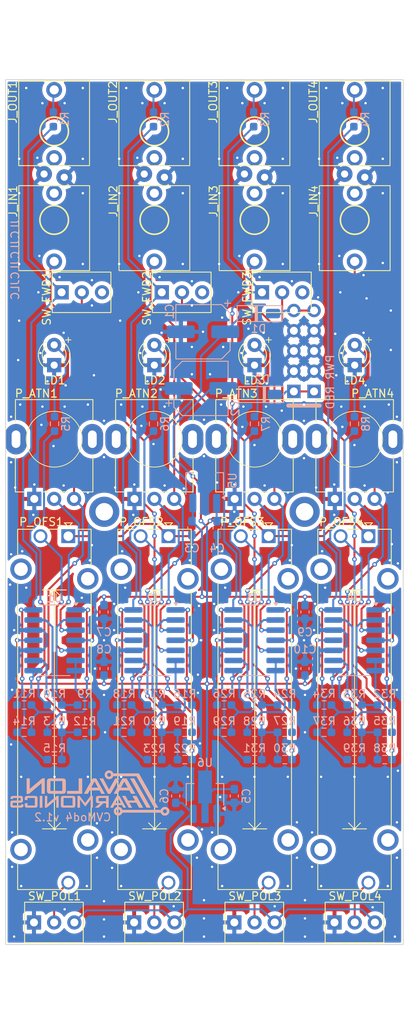
<source format=kicad_pcb>
(kicad_pcb (version 20240108) (generator "pcbnew") (generator_version "8.0")
  (title_block (rev "v1.2"))
  (layers (0 "F.Cu" signal) (31 "B.Cu" signal) (34 "B.Paste" user) (35 "F.Paste" user) (36 "B.SilkS" user "B.Silkscreen") (37 "F.SilkS" user "F.Silkscreen") (38 "B.Mask" user) (39 "F.Mask" user) (44 "Edge.Cuts" user))
  (net 0 "")
  (net 1 "Net-(J_OUT4-PadSIG)")
  (net 2 "Net-(J_OUT1-PadSIG)")
  (net 3 "/OUT4")
  (net 4 "Net-(J_OUT3-PadSIG)")
  (net 5 "Net-(J_OUT2-PadSIG)")
  (net 6 "Net-(U4D--)")
  (net 7 "+5V")
  (net 8 "/OUT3")
  (net 9 "Net-(SW_POL4-B)")
  (net 10 "/OUT2")
  (net 11 "Net-(SW_POL3-B)")
  (net 12 "Net-(SW_POL2-B)")
  (net 13 "Net-(SW_POL1-B)")
  (net 14 "Net-(U4C--)")
  (net 15 "-5V")
  (net 16 "GND")
  (net 17 "/OUT1")
  (net 19 "/FWD3")
  (net 21 "/FWD1")
  (net 22 "/FWD2")
  (net 24 "Net-(U4B--)")
  (net 25 "/LED4")
  (net 26 "/LED2")
  (net 27 "/LED3")
  (net 28 "/LED1")
  (net 29 "/OFS3")
  (net 30 "/OFS4")
  (net 31 "/OFS1")
  (net 32 "/OFS2")
  (net 33 "+12V")
  (net 34 "-12V")
  (net 35 "Net-(U4A-+)")
  (net 36 "Net-(U3A-+)")
  (net 37 "Net-(U2A-+)")
  (net 38 "Net-(U1A-+)")
  (net 39 "Net-(D2-K)")
  (net 40 "Net-(D1-A)")
  (net 49 "Net-(U4A--)")
  (net 50 "Net-(J_IN4-PadSIG)")
  (net 51 "Net-(U3D--)")
  (net 52 "Net-(U3C--)")
  (net 53 "Net-(U2C--)")
  (net 54 "Net-(U3B--)")
  (net 55 "Net-(U3A--)")
  (net 56 "Net-(J_IN3-PadSIG)")
  (net 57 "Net-(U2D--)")
  (net 58 "Net-(U2B--)")
  (net 59 "Net-(U2A--)")
  (net 60 "Net-(J_IN2-PadSIG)")
  (net 61 "Net-(U1D--)")
  (net 62 "Net-(U1C--)")
  (net 63 "Net-(U1B--)")
  (net 64 "Net-(U1A--)")
  (net 65 "Net-(J_IN1-PadSIG)")
  (net 66 "Net-(R14-Pad1)")
  (net 67 "Net-(R12-Pad1)")
  (net 68 "Net-(R32-Pad2)")
  (net 69 "Net-(R24-Pad2)")
  (net 70 "Net-(R16-Pad2)")
  (net 71 "Net-(R21-Pad1)")
  (net 72 "Net-(R37-Pad1)")
  (net 73 "Net-(R29-Pad1)")
  (footprint "Eurorack:Potentiometer Song Huei 9mm Trimmer" (layer "F.Cu") (at 59.4156 86.9002 90)
    (property "Reference" "P_ATN2")
    (property "Value" "B100k" (hide yes))
  )
  (footprint "LED_THT:LED_D3.0mm_FlatTop" (layer "F.Cu") (at 84.6124 77.597 90)
    (property "Reference" "LD4")
    (property "Value" "LED (Bi)")
  )
  (footprint "Eurorack:SPDT" (layer "F.Cu") (at 62.8904 68.453 90)
    (property "Reference" "SW_FWD2")
    (property "Value" "SW_SPDT")
  )
  (footprint "Eurorack:SPDT" (layer "F.Cu") (at 46.8172 147.574 90)
    (property "Reference" "SW_POL1")
    (property "Value" "SW_SPDT")
  )
  (footprint "Potentiometer_THT:Potentiometer_Bourns_PTA3043_Single_Slide" (layer "F.Cu") (at 86.3396 99.0728 -90)
    (property "Reference" "P_OFS4")
    (property "Value" "B100k")
  )
  (footprint "Eurorack:PJ301M-12 Offset" (layer "F.Cu") (at 46.8172 48.2396)
    (property "Reference" "J_OUT1")
    (property "Value" "PJ301M-12" (hide yes))
  )
  (footprint "Eurorack:SPDT" (layer "F.Cu") (at 75.4888 68.453 90)
    (property "Reference" "SW_FWD3")
    (property "Value" "SW_SPDT")
  )
  (footprint "Eurorack:Potentiometer Song Huei 9mm Trimmer" (layer "F.Cu") (at 84.6124 86.9002 90)
    (property "Reference" "P_ATN4")
    (property "Value" "B100k" (hide yes))
  )
  (footprint "LED_THT:LED_D3.0mm_FlatTop" (layer "F.Cu") (at 46.8172 77.597 90)
    (property "Reference" "LD1")
    (property "Value" "LED (Bi)")
  )
  (footprint "Potentiometer_THT:Potentiometer_Bourns_PTA3043_Single_Slide" (layer "F.Cu") (at 61.1936 99.0728 -90)
    (property "Reference" "P_OFS2")
    (property "Value" "B100k")
  )
  (footprint "Eurorack:PJ301M-12 Offset" (layer "F.Cu") (at 72.014 48.2396)
    (property "Reference" "J_OUT3")
    (property "Value" "PJ301M-12" (hide yes))
  )
  (footprint "Eurorack:Potentiometer Song Huei 9mm Trimmer" (layer "F.Cu") (at 72.014 86.9002 90)
    (property "Reference" "P_ATN3")
    (property "Value" "B100k" (hide yes))
  )
  (footprint "Eurorack:PJ301M-12 Offset" (layer "F.Cu") (at 84.6124 59.3648 180)
    (property "Reference" "J_IN4")
    (property "Value" "PJ301M-12" (hide yes))
  )
  (footprint "Potentiometer_THT:Potentiometer_Bourns_PTA3043_Single_Slide" (layer "F.Cu") (at 73.792 99.0728 -90)
    (property "Reference" "P_OFS3")
    (property "Value" "B100k")
  )
  (footprint "Eurorack:SPDT" (layer "F.Cu") (at 72.014 147.574 90)
    (property "Reference" "SW_POL3")
    (property "Value" "SW_SPDT")
  )
  (footprint "LED_THT:LED_D3.0mm_FlatTop" (layer "F.Cu") (at 59.4156 77.597 90)
    (property "Reference" "LD2")
    (property "Value" "LED (Bi)")
  )
  (footprint "Eurorack:SPDT" (layer "F.Cu") (at 50.292 68.453 90)
    (property "Reference" "SW_FWD1")
    (property "Value" "SW_SPDT")
  )
  (footprint "Eurorack:PJ301M-12 Offset" (layer "F.Cu") (at 84.6124 48.2396)
    (property "Reference" "J_OUT4")
    (property "Value" "PJ301M-12" (hide yes))
  )
  (footprint "LED_THT:LED_D3.0mm_FlatTop" (layer "F.Cu") (at 72.014 77.597 90)
    (property "Reference" "LD3")
    (property "Value" "LED (Bi)")
  )
  (footprint "Eurorack:PJ301M-12 Offset" (layer "F.Cu") (at 59.4156 48.2396)
    (property "Reference" "J_OUT2")
    (property "Value" "PJ301M-12" (hide yes))
  )
  (footprint "Eurorack:PJ301M-12 Offset" (layer "F.Cu") (at 59.4156 59.3648 180)
    (property "Reference" "J_IN2")
    (property "Value" "PJ301M-12" (hide yes))
  )
  (footprint "Eurorack:Potentiometer Song Huei 9mm Trimmer" (layer "F.Cu") (at 46.8172 86.9002 90)
    (property "Reference" "P_ATN1")
    (property "Value" "B100k" (hide yes))
  )
  (footprint "Eurorack:M2 Screw Hole" (layer "F.Cu") (at 53.1164 96.012)
    (property "Reference" "REF**" (hide yes))
    (property "Value" "M2 Screw Hole" (hide yes))
  )
  (footprint "Eurorack:SPDT" (layer "F.Cu") (at 84.6124 147.574 90)
    (property "Reference" "SW_POL4")
    (property "Value" "SW_SPDT")
  )
  (footprint "Potentiometer_THT:Potentiometer_Bourns_PTA3043_Single_Slide" (layer "F.Cu") (at 48.5952 99.0728 -90)
    (property "Reference" "P_OFS1")
    (property "Value" "B100k")
  )
  (footprint "Eurorack:PJ301M-12 Offset" (layer "F.Cu") (at 46.8172 59.3648 180)
    (property "Reference" "J_IN1")
    (property "Value" "PJ301M-12" (hide yes))
  )
  (footprint "Eurorack:SPDT" (layer "F.Cu") (at 59.4156 147.574 90)
    (property "Reference" "SW_POL2")
    (property "Value" "SW_SPDT")
  )
  (footprint "Eurorack:M2 Screw Hole" (layer "F.Cu") (at 78.3132 96.012)
    (property "Reference" "REF**" (hide yes))
    (property "Value" "M2 Screw Hole" (hide yes))
  )
  (footprint "Eurorack:PJ301M-12 Offset" (layer "F.Cu") (at 72.014 59.3648 180)
    (property "Reference" "J_IN3")
    (property "Value" "PJ301M-12" (hide yes))
  )
  (footprint "Resistor_SMD:R_0603_1608Metric_Pad0.98x0.95mm_HandSolder" (layer "B.Cu") (at 88.392 127.127 180)
    (property "Reference" "R38")
    (property "Value" "100k")
  )
  (footprint "Eurorack:SO-14_3.9x8.65mm_P1.27mm_AH" (layer "B.Cu") (at 59.436 112.141 180)
    (property "Reference" "U2")
    (property "Value" "TL074")
  )
  (footprint "Resistor_SMD:R_0603_1608Metric_Pad0.98x0.95mm_HandSolder" (layer "B.Cu") (at 68.199 120.269 180)
    (property "Reference" "R26")
    (property "Value" "100k")
  )
  (footprint "Resistor_SMD:R_0603_1608Metric_Pad0.98x0.95mm_HandSolder" (layer "B.Cu") (at 55.626 120.269 180)
    (property "Reference" "R18")
    (property "Value" "100k")
  )
  (footprint "Resistor_SMD:R_0603_1608Metric_Pad0.98x0.95mm_HandSolder" (layer "B.Cu") (at 88.392 120.269)
    (property "Reference" "R32")
    (property "Value" "100k")
  )
  (footprint "Eurorack:SO-14_3.9x8.65mm_P1.27mm_AH" (layer "B.Cu") (at 84.582 112.141 180)
    (property "Reference" "U4")
    (property "Value" "TL074")
  )
  (footprint "Capacitor_SMD:C_0603_1608Metric_Pad1.08x0.95mm_HandSolder" (layer "B.Cu") (at 78.359 108.585 90)
    (property "Reference" "C9")
    (property "Value" "0.1uF")
  )
  (footprint "Resistor_SMD:R_0603_1608Metric_Pad0.98x0.95mm_HandSolder" (layer "B.Cu") (at 68.199 123.698)
    (property "Reference" "R29")
    (property "Value" "100k")
  )
  (footprint "Capacitor_SMD:C_0603_1608Metric_Pad1.08x0.95mm_HandSolder" (layer "B.Cu") (at 53.086 108.585 90)
    (property "Reference" "C7")
    (property "Value" "0.1uF")
  )
  (footprint "Eurorack:SO-14_3.9x8.65mm_P1.27mm_AH" (layer "B.Cu") (at 46.863 112.141 180)
    (property "Reference" "U1")
    (property "Value" "TL074")
  )
  (footprint "Resistor_SMD:R_0603_1608Metric_Pad0.98x0.95mm_HandSolder" (layer "B.Cu") (at 46.712207 46.738125 90)
    (property "Reference" "R1")
    (property "Value" "1k")
  )
  (footprint "Resistor_SMD:R_0603_1608Metric_Pad0.98x0.95mm_HandSolder" (layer "B.Cu") (at 59.309 84.963 90)
    (property "Reference" "R6")
    (property "Value" "1k")
  )
  (footprint "Capacitor_SMD:CP_Elec_6.3x5.3" (layer "B.Cu") (at 65.278 80.518)
    (property "Reference" "C2")
    (property "Value" "47uF")
  )
  (footprint "Resistor_SMD:R_0603_1608Metric_Pad0.98x0.95mm_HandSolder" (layer "B.Cu") (at 59.436 127.127 180)
    (property "Reference" "R23")
    (property "Value" "100k")
  )
  (footprint "Resistor_SMD:R_0603_1608Metric_Pad0.98x0.95mm_HandSolder" (layer "B.Cu") (at 63.246 127.127 180)
    (property "Reference" "R22")
    (property "Value" "100k")
  )
  (footprint "Resistor_SMD:R_0603_1608Metric_Pad0.98x0.95mm_HandSolder" (layer "B.Cu") (at 43.053 123.698)
    (property "Reference" "R14")
    (property "Value" "100k")
  )
  (footprint "Resistor_SMD:R_0603_1608Metric_Pad0.98x0.95mm_HandSolder" (layer "B.Cu") (at 50.673 123.698 180)
    (property "Reference" "R12")
    (property "Value" "100k")
  )
  (footprint "Resistor_SMD:R_0603_1608Metric_Pad0.98x0.95mm_HandSolder" (layer "B.Cu") (at 75.819 123.698 180)
    (property "Reference" "R27")
    (property "Value" "100k")
  )
  (footprint "Resistor_SMD:R_0603_1608Metric_Pad0.98x0.95mm_HandSolder" (layer "B.Cu") (at 80.772 120.269 180)
    (property "Reference" "R34")
    (property "Value" "100k")
  )
  (footprint "Resistor_SMD:R_0603_1608Metric_Pad0.98x0.95mm_HandSolder" (layer "B.Cu") (at 59.310607 46.738125 90)
    (property "Reference" "R2")
    (property "Value" "1k")
  )
  (footprint "Resistor_SMD:R_0603_1608Metric_Pad0.98x0.95mm_HandSolder" (layer "B.Cu") (at 84.582 123.698)
    (property "Reference" "R36")
    (property "Value" "100k")
  )
  (footprint "Resistor_SMD:R_0603_1608Metric_Pad0.98x0.95mm_HandSolder" (layer "B.Cu") (at 43.053 120.269 180)
    (property "Reference" "R11")
    (property "Value" "100k")
  )
  (footprint "Capacitor_SMD:CP_Elec_6.3x5.3" (layer "B.Cu") (at 65.532 73.406 180)
    (property "Reference" "C1")
    (property "Value" "47uF")
  )
  (footprint "Resistor_SMD:R_0603_1608Metric_Pad0.98x0.95mm_HandSolder" (layer "B.Cu") (at 75.819 127.127 180)
    (property "Reference" "R30")
    (property "Value" "100k")
  )
  (footprint "Resistor_SMD:R_0603_1608Metric_Pad0.98x0.95mm_HandSolder" (layer "B.Cu") (at 46.863 120.269)
    (property "Reference" "R10")
    (property "Value" "100k")
  )
  (footprint "Resistor_SMD:R_0603_1608Metric_Pad0.98x0.95mm_HandSolder" (layer "B.Cu") (at 84.582 120.269)
    (property "Reference" "R33")
    (property "Value" "100k")
  )
  (footprint "Capacitor_SMD:C_0603_1608Metric_Pad1.08x0.95mm_HandSolder" (layer "B.Cu") (at 78.359 115.697 90)
    (property "Reference" "C10")
    (property "Value" "0.1uF")
  )
  (footprint "Resistor_SMD:R_0603_1608Metric_Pad0.98x0.95mm_HandSolder" (layer "B.Cu") (at 50.673 120.269)
    (property "Reference" "R9")
    (property "Value" "100k")
  )
  (footprint "Resistor_SMD:R_0603_1608Metric_Pad0.98x0.95mm_HandSolder" (layer "B.Cu") (at 55.626 123.698)
    (property "Reference" "R21")
    (property "Value" "100k")
  )
  (footprint "Package_TO_SOT_SMD:SOT-89-3_Handsoldering" (layer "B.Cu") (at 65.7485 92.456 90)
    (property "Reference" "U5")
    (property "Value" "78L05")
  )
  (footprint "Resistor_SMD:R_0603_1608Metric_Pad0.98x0.95mm_HandSolder" (layer "B.Cu") (at 75.819 120.269)
    (property "Reference" "R24")
    (property "Value" "100k")
  )
  (footprint "Capacitor_SMD:C_0603_1608Metric_Pad1.08x0.95mm_HandSolder" (layer "B.Cu") (at 53.086 115.697 90)
    (property "Reference" "C8")
    (property "Value" "0.1uF")
  )
  (footprint "Resistor_SMD:R_0603_1608Metric_Pad0.98x0.95mm_HandSolder" (layer "B.Cu") (at 59.436 120.269)
    (property "Reference" "R17")
    (property "Value" "100k")
  )
  (footprint "Eurorack:Eurorack Power 10 Pin" (layer "B.Cu") (at 79.502 75.819 180)
    (property "Reference" "PWR1" (hide yes))
    (property "Value" "PWR_10_Pin" (hide yes))
  )
  (footprint "Resistor_SMD:R_0603_1608Metric_Pad0.98x0.95mm_HandSolder" (layer "B.Cu") (at 84.507407 46.738125 90)
    (property "Reference" "R4")
    (property "Value" "1k")
  )
  (footprint "Resistor_SMD:R_0603_1608Metric_Pad0.98x0.95mm_HandSolder" (layer "B.Cu") (at 72.009 120.269)
    (property "Reference" "R25")
    (property "Value" "100k")
  )
  (footprint "Eurorack:D_SOD-123F_AH" (layer "B.Cu") (at 72.644 71.12)
    (property "Reference" "D1")
    (property "Value" "FM4001")
  )
  (footprint "Capacitor_SMD:C_0603_1608Metric_Pad1.08x0.95mm_HandSolder" (layer "B.Cu") (at 64.135 98.044 -90)
    (property "Reference" "C3")
    (property "Value" "0.1uF")
  )
  (footprint "Resistor_SMD:R_0603_1608Metric_Pad0.98x0.95mm_HandSolder" (layer "B.Cu") (at 84.582 127.127 180)
    (property "Reference" "R39")
    (property "Value" "100k")
  )
  (footprint "Resistor_SMD:R_0603_1608Metric_Pad0.98x0.95mm_HandSolder" (layer "B.Cu") (at 63.246 123.698 180)
    (property "Reference" "R19")
    (property "Value" "100k")
  )
  (footprint "Resistor_SMD:R_0603_1608Metric_Pad0.98x0.95mm_HandSolder" (layer "B.Cu") (at 46.863 127.127 180)
    (property "Reference" "R15")
    (property "Value" "100k")
  )
  (footprint "Resistor_SMD:R_0603_1608Metric_Pad0.98x0.95mm_HandSolder" (layer "B.Cu") (at 71.909007 46.738125 90)
    (property "Reference" "R3")
    (property "Value" "1k")
  )
  (footprint "Resistor_SMD:R_0603_1608Metric_Pad0.98x0.95mm_HandSolder" (layer "B.Cu") (at 46.863 123.698)
    (property "Reference" "R13")
    (property "Value" "100k")
  )
  (footprint "Resistor_SMD:R_0603_1608Metric_Pad0.98x0.95mm_HandSolder" (layer "B.Cu") (at 46.863 84.963 90)
    (property "Reference" "R5")
    (property "Value" "1k")
  )
  (footprint "Eurorack:D_SOD-123F_AH" (layer "B.Cu") (at 72.849 81.28 180)
    (property "Reference" "D2")
    (property "Value" "FM4001")
  )
  (footprint "Resistor_SMD:R_0603_1608Metric_Pad0.98x0.95mm_HandSolder" (layer "B.Cu") (at 88.392 123.698 180)
    (property "Reference" "R35")
    (property "Value" "100k")
  )
  (footprint "Resistor_SMD:R_0603_1608Metric_Pad0.98x0.95mm_HandSolder" (layer "B.Cu") (at 80.772 123.698)
    (property "Reference" "R37")
    (property "Value" "100k")
  )
  (footprint "Resistor_SMD:R_0603_1608Metric_Pad0.98x0.95mm_HandSolder" (layer "B.Cu") (at 84.582 84.963 90)
    (property "Reference" "R8")
    (property "Value" "1k")
  )
  (footprint "Capacitor_SMD:C_0603_1608Metric_Pad1.08x0.95mm_HandSolder" (layer "B.Cu") (at 62.103 131.699 -90)
    (property "Reference" "C6")
    (property "Value" "0.1uF")
  )
  (footprint "Resistor_SMD:R_0603_1608Metric_Pad0.98x0.95mm_HandSolder" (layer "B.Cu") (at 72.009 127.127 180)
    (property "Reference" "R31")
    (property "Value" "100k")
  )
  (footprint "Resistor_SMD:R_0603_1608Metric_Pad0.98x0.95mm_HandSolder" (layer "B.Cu") (at 63.246 120.269)
    (property "Reference" "R16")
    (property "Value" "100k")
  )
  (footprint "Capacitor_SMD:C_0603_1608Metric_Pad1.08x0.95mm_HandSolder" (layer "B.Cu") (at 67.31 98.044 -90)
    (property "Reference" "C4")
    (property "Value" "0.1uF")
  )
  (footprint "Resistor_SMD:R_0603_1608Metric_Pad0.98x0.95mm_HandSolder" (layer "B.Cu") (at 59.436 123.698)
    (property "Reference" "R20")
    (property "Value" "100k")
  )
  (footprint "Resistor_SMD:R_0603_1608Metric_Pad0.98x0.95mm_HandSolder" (layer "B.Cu") (at 72.009 84.963 90)
    (property "Reference" "R7")
    (property "Value" "1k")
  )
  (footprint "Capacitor_SMD:C_0603_1608Metric_Pad1.08x0.95mm_HandSolder" (layer "B.Cu") (at 69.469 131.699 90)
    (property "Reference" "C5")
    (property "Value" "0.1uF")
  )
  (footprint "Resistor_SMD:R_0603_1608Metric_Pad0.98x0.95mm_HandSolder" (layer "B.Cu") (at 72.009 123.698)
    (property "Reference" "R28")
    (property "Value" "100k")
  )
  (footprint "Eurorack:SO-14_3.9x8.65mm_P1.27mm_AH" (layer "B.Cu") (at 72.009 112.141 180)
    (property "Reference" "U3")
    (property "Value" "TL074")
  )
  (footprint "Logos:Avalon Harmonics 20mm" (layer "B.Cu") (at 51.308 131.318 180)
    (property "Reference" "G***" (hide yes))
    (property "Value" "LOGO" (hide yes))
  )
  (footprint "Package_TO_SOT_SMD:SOT-89-3_Handsoldering" (layer "B.Cu") (at 65.786 131.4955 90)
    (property "Reference" "U6")
    (property "Value" "79L05")
  )
  (gr_rect (start 40.7116 41.7476) (end 90.7116 150.3476) (stroke (width 0.1)) (fill none) (layer "Edge.Cuts"))
  (gr_text "CVMod4 v1.2" (at 49.149 134.366 0) (layer "B.SilkS") (effects (font (size 1 1)) (justify mirror)))
  (gr_text "JLCJLCJLCJLC" (at 41.91 64.262 90) (layer "B.SilkS") (effects (font (size 1 1)) (justify mirror)))
  (segment (start 84.507407 45.825625) (end 84.507407 43.137593) (width 0.25) (layer "B.Cu") (net 1))
  (segment (start 84.507407 43.137593) (end 84.6124 43.0326) (width 0.25) (layer "B.Cu") (net 1))
  (segment (start 46.712207 43.137593) (end 46.8172 43.0326) (width 0.25) (layer "B.Cu") (net 2))
  (segment (start 46.712207 45.825625) (end 46.712207 43.137593) (width 0.25) (layer "B.Cu") (net 2))
  (segment (start 80.391 108.331) (end 80.518 108.458) (width 0.25) (layer "F.Cu") (net 3))
  (segment (start 80.518 108.458) (end 80.518 116.967) (width 0.25) (layer "F.Cu") (net 3))
  (via (at 80.518 116.967) (size 0.6) (drill 0.3) (layers "F.Cu" "B.Cu") (net 3))
  (via (at 80.391 108.331) (size 0.6) (drill 0.3) (layers "F.Cu" "B.Cu") (net 3))
  (segment (start 80.772 89.281) (end 81.788 88.265) (width 0.25) (layer "B.Cu") (net 3))
  (segment (start 80.772 99.695) (end 80.772 89.281) (width 0.25) (layer "B.Cu") (net 3))
  (segment (start 81.28 85.045412) (end 81.28 50.878032) (width 0.25) (layer "B.Cu") (net 3))
  (segment (start 82.296 101.219) (end 80.772 99.695) (width 0.25) (layer "B.Cu") (net 3))
  (segment (start 80.518 116.967) (end 80.518 118.872) (width 0.25) (layer "B.Cu") (net 3))
  (segment (start 81.788 85.553412) (end 81.28 85.045412) (width 0.25) (layer "B.Cu") (net 3))
  (segment (start 82.296 106.68) (end 82.296 101.219) (width 0.25) (layer "B.Cu") (net 3))
  (segment (start 80.518 118.872) (end 79.8595 119.5305) (width 0.25) (layer "B.Cu") (net 3))
  (segment (start 79.8595 119.5305) (end 79.8595 120.269) (width 0.25) (layer "B.Cu") (net 3))
  (segment (start 80.391 108.331) (end 81.915 108.331) (width 0.25) (layer "B.Cu") (net 3))
  (segment (start 81.788 88.265) (end 81.788 85.553412) (width 0.25) (layer "B.Cu") (net 3))
  (segment (start 81.915 107.061) (end 82.296 106.68) (width 0.25) (layer "B.Cu") (net 3))
  (segment (start 81.915 108.331) (end 81.915 107.061) (width 0.25) (layer "B.Cu") (net 3))
  (segment (start 81.28 50.878032) (end 84.507407 47.650625) (width 0.25) (layer "B.Cu") (net 3))
  (segment (start 71.909007 43.137593) (end 72.014 43.0326) (width 0.25) (layer "B.Cu") (net 4))
  (segment (start 71.909007 45.825625) (end 71.909007 43.137593) (width 0.25) (layer "B.Cu") (net 4))
  (segment (start 59.310607 45.825625) (end 59.310607 43.137593) (width 0.25) (layer "B.Cu") (net 5))
  (segment (start 59.310607 43.137593) (end 59.4156 43.0326) (width 0.25) (layer "B.Cu") (net 5))
  (segment (start 84.328 119.253) (end 84.582 119.507) (width 0.25) (layer "B.Cu") (net 6))
  (segment (start 84.582 119.507) (end 84.582 120.646076) (width 0.25) (layer "B.Cu") (net 6))
  (segment (start 84.328 110.478) (end 84.328 119.253) (width 0.25) (layer "B.Cu") (net 6))
  (segment (start 82.5735 121.158) (end 81.6845 120.269) (width 0.25) (layer "B.Cu") (net 6))
  (segment (start 82.107 109.601) (end 83.451 109.601) (width 0.25) (layer "B.Cu") (net 6))
  (segment (start 82.5735 121.158) (end 81.6845 122.047) (width 0.25) (layer "B.Cu") (net 6))
  (segment (start 84.582 120.646076) (end 84.070076 121.158) (width 0.25) (layer "B.Cu") (net 6))
  (segment (start 83.451 109.601) (end 84.328 110.478) (width 0.25) (layer "B.Cu") (net 6))
  (segment (start 84.070076 121.158) (end 82.5735 121.158) (width 0.25) (layer "B.Cu") (net 6))
  (segment (start 81.6845 122.047) (end 81.6845 123.698) (width 0.25) (layer "B.Cu") (net 6))
  (segment (start 66.421 97.155) (end 66.421 97.2185) (width 0.25) (layer "F.Cu") (net 7))
  (segment (start 82.170172 97.536) (end 80.646172 99.06) (width 0.25) (layer "F.Cu") (net 7))
  (segment (start 66.802 96.774) (end 71.4932 96.774) (width 0.25) (layer "F.Cu") (net 7))
  (segment (start 86.3396 99.0728) (end 84.8028 97.536) (width 0.25) (layer "F.Cu") (net 7))
  (segment (start 59.6568 97.536) (end 56.8453 97.536) (width 0.25) (layer "F.Cu") (net 7))
  (segment (start 80.646172 99.06) (end 73.8048 99.06) (width 0.25) (layer "F.Cu") (net 7))
  (segment (start 61.1936 99.0728) (end 59.6568 97.536) (width 0.25) (layer "F.Cu") (net 7))
  (segment (start 84.8028 97.536) (end 82.170172 97.536) (width 0.25) (layer "F.Cu") (net 7))
  (segment (start 71.4932 96.774) (end 73.792 99.0728) (width 0.25) (layer "F.Cu") (net 7))
  (segment (start 73.8048 99.06) (end 73.792 99.0728) (width 0.25) (layer "F.Cu") (net 7))
  (segment (start 66.421 97.2185) (end 64.5667 99.0728) (width 0.25) (layer "F.Cu") (net 7))
  (segment (start 55.3085 99.0728) (end 48.5952 99.0728) (width 0.25) (layer "F.Cu") (net 7))
  (segment (start 66.421 97.155) (end 66.802 96.774) (width 0.25) (layer "F.Cu") (net 7))
  (segment (start 56.8453 97.536) (end 55.3085 99.0728) (width 0.25) (layer "F.Cu") (net 7))
  (segment (start 64.5667 99.0728) (end 61.1936 99.0728) (width 0.25) (layer "F.Cu") (net 7))
  (via (at 66.421 97.155) (size 0.6) (drill 0.3) (layers "F.Cu" "B.Cu") (net 7))
  (segment (start 66.421 97.155) (end 67.2835 97.155) (width 0.25) (layer "B.Cu") (net 7))
  (segment (start 67.2835 97.155) (end 67.31 97.1815) (width 0.25) (layer "B.Cu") (net 7))
  (segment (start 67.2485 94.906) (end 67.2485 97.12) (width 0.25) (layer "B.Cu") (net 7))
  (segment (start 67.2485 97.12) (end 67.31 97.1815) (width 0.25) (layer "B.Cu") (net 7))
  (segment (start 67.945 108.458) (end 67.945 116.967) (width 0.25) (layer "F.Cu") (net 8))
  (segment (start 67.818 108.331) (end 67.945 108.458) (width 0.25) (layer "F.Cu") (net 8))
  (segment (start 69.215 71.12) (end 69.215 82.423) (width 0.25) (layer "F.Cu") (net 8))
  (via (at 69.215 82.423) (size 0.6) (drill 0.3) (layers "F.Cu" "B.Cu") (net 8))
  (via (at 67.818 108.331) (size 0.6) (drill 0.3) (layers "F.Cu" "B.Cu") (net 8))
  (via (at 67.945 116.967) (size 0.6) (drill 0.3) (layers "F.Cu" "B.Cu") (net 8))
  (via (at 69.215 71.12) (size 0.6) (drill 0.3) (layers "F.Cu" "B.Cu") (net 8))
  (segment (start 67.945 118.872) (end 67.945 116.967) (width 0.25) (layer "B.Cu") (net 8))
  (segment (start 69.342 107.061) (end 69.723 106.68) (width 0.25) (layer "B.Cu") (net 8))
  (segment (start 69.215 88.265) (end 69.215 82.423) (width 0.25) (layer "B.Cu") (net 8))
  (segment (start 68.199 99.695) (end 68.199 89.281) (width 0.25) (layer "B.Cu") (net 8))
  (segment (start 72.9488 68.453) (end 68.707 64.2112) (width 0.25) (layer "B.Cu") (net 8))
  (segment (start 69.215 71.12) (end 69.215 70.485) (width 0.25) (layer "B.Cu") (net 8))
  (segment (start 67.2865 119.5305) (end 67.945 118.872) (width 0.25) (layer "B.Cu") (net 8))
  (segment (start 71.247 68.453) (end 72.9488 68.453) (width 0.25) (layer "B.Cu") (net 8))
  (segment (start 68.707 50.852632) (end 71.909007 47.650625) (width 0.25) (layer "B.Cu") (net 8))
  (segment (start 69.723 106.68) (end 69.723 101.219) (width 0.25) (layer "B.Cu") (net 8))
  (segment (start 67.2865 120.269) (end 67.2865 119.5305) (width 0.25) (layer "B.Cu") (net 8))
  (segment (start 67.818 108.331) (end 69.342 108.331) (width 0.25) (layer "B.Cu") (net 8))
  (segment (start 69.723 101.219) (end 68.199 99.695) (width 0.25) (layer "B.Cu") (net 8))
  (segment (start 68.707 64.2112) (end 68.707 50.852632) (width 0.25) (layer "B.Cu") (net 8))
  (segment (start 69.215 70.485) (end 71.247 68.453) (width 0.25) (layer "B.Cu") (net 8))
  (segment (start 69.342 108.331) (end 69.342 107.061) (width 0.25) (layer "B.Cu") (net 8))
  (segment (start 68.199 89.281) (end 69.215 88.265) (width 0.25) (layer "B.Cu") (net 8))
  (segment (start 84.6124 144.3) (end 86.3396 142.5728) (width 0.25) (layer "F.Cu") (net 9))
  (segment (start 84.6124 147.574) (end 84.6124 144.3) (width 0.25) (layer "F.Cu") (net 9))
  (segment (start 55.372 108.491) (end 55.372 116.967) (width 0.25) (layer "F.Cu") (net 10))
  (segment (start 55.217002 108.336002) (end 55.372 108.491) (width 0.25) (layer "F.Cu") (net 10))
  (via (at 55.217002 108.336002) (size 0.6) (drill 0.3) (layers "F.Cu" "B.Cu") (net 10))
  (via (at 55.372 116.967) (size 0.6) (drill 0.3) (layers "F.Cu" "B.Cu") (net 10))
  (segment (start 56.515 72.2884) (end 60.3504 68.453) (width 0.25) (layer "B.Cu") (net 10))
  (segment (start 56.769 108.331) (end 56.769 107.061) (width 0.25) (layer "B.Cu") (net 10))
  (segment (start 55.222004 108.331) (end 56.769 108.331) (width 0.25) (layer "B.Cu") (net 10))
  (segment (start 57.15 106.68) (end 57.15 101.219) (width 0.25) (layer "B.Cu") (net 10))
  (segment (start 56.769 107.061) (end 57.15 106.68) (width 0.25) (layer "B.Cu") (net 10))
  (segment (start 55.499 99.568) (end 55.499 89.281) (width 0.25) (layer "B.Cu") (net 10))
  (segment (start 60.3504 68.453) (end 56.134 64.2366) (width 0.25) (layer "B.Cu") (net 10))
  (segment (start 57.15 101.219) (end 55.499 99.568) (width 0.25) (layer "B.Cu") (net 10))
  (segment (start 56.134 50.827232) (end 59.310607 47.650625) (width 0.25) (layer "B.Cu") (net 10))
  (segment (start 55.499 89.281) (end 56.515 88.265) (width 0.25) (layer "B.Cu") (net 10))
  (segment (start 55.372 118.872) (end 54.7135 119.5305) (width 0.25) (layer "B.Cu") (net 10))
  (segment (start 55.372 116.967) (end 55.372 118.872) (width 0.25) (layer "B.Cu") (net 10))
  (segment (start 55.217002 108.336002) (end 55.222004 108.331) (width 0.25) (layer "B.Cu") (net 10))
  (segment (start 56.134 64.2366) (end 56.134 50.827232) (width 0.25) (layer "B.Cu") (net 10))
  (segment (start 54.7135 119.5305) (end 54.7135 120.269) (width 0.25) (layer "B.Cu") (net 10))
  (segment (start 56.515 88.265) (end 56.515 72.2884) (width 0.25) (layer "B.Cu") (net 10))
  (segment (start 72.014 147.574) (end 72.014 144.3508) (width 0.25) (layer "F.Cu") (net 11))
  (segment (start 72.014 144.3508) (end 73.792 142.5728) (width 0.25) (layer "F.Cu") (net 11))
  (segment (start 59.4156 147.574) (end 59.4156 144.3508) (width 0.25) (layer "F.Cu") (net 12))
  (segment (start 59.4156 144.3508) (end 61.1936 142.5728) (width 0.25) (layer "F.Cu") (net 12))
  (segment (start 46.8172 147.574) (end 46.8172 144.3508) (width 0.25) (layer "F.Cu") (net 13))
  (segment (start 46.8172 144.3508) (end 48.5952 142.5728) (width 0.25) (layer "F.Cu") (net 13))
  (segment (start 83.693 119.126) (end 85.471 120.904) (width 0.25) (layer "F.Cu") (net 14))
  (segment (start 85.471 120.904) (end 85.471 122.555) (width 0.25) (layer "F.Cu") (net 14))
  (via (at 85.471 122.555) (size 0.6) (drill 0.3) (layers "F.Cu" "B.Cu") (net 14))
  (via (at 83.693 119.126) (size 0.6) (drill 0.3) (layers "F.Cu" "B.Cu") (net 14))
  (segment (start 85.4945 123.698) (end 87.4795 123.698) (width 0.25) (layer "B.Cu") (net 14))
  (segment (start 85.471 122.555) (end 85.471 123.6745) (width 0.25) (layer "B.Cu") (net 14))
  (segment (start 83.693 118.237) (end 83.693 119.126) (width 0.25) (layer "B.Cu") (net 14))
  (segment (start 83.058 114.681) (end 82.107 114.681) (width 0.25) (layer "B.Cu") (net 14))
  (segment (start 87.4795 123.698) (end 87.4795 127.127) (width 0.25) (layer "B.Cu") (net 14))
  (segment (start 85.471 123.6745) (end 85.4945 123.698) (width 0.25) (layer "B.Cu") (net 14))
  (segment (start 83.693 115.316) (end 83.058 114.681) (width 0.25) (layer "B.Cu") (net 14))
  (segment (start 83.693 118.237) (end 83.693 115.316) (width 0.25) (layer "B.Cu") (net 14))
  (segment (start 85.4945 123.698) (end 85.4945 127.127) (width 0.25) (layer "B.Cu") (net 14))
  (segment (start 74.554 147.574) (end 72.903 145.923) (width 0.25) (layer "B.Cu") (net 15))
  (segment (start 62.902 132.5615) (end 64.286 133.9455) (width 0.25) (layer "B.Cu") (net 15))
  (segment (start 76.205 145.923) (end 74.554 147.574) (width 0.25) (layer "B.Cu") (net 15))
  (segment (start 87.1524 147.574) (end 85.5014 145.923) (width 0.25) (layer "B.Cu") (net 15))
  (segment (start 64.0475 133.9455) (end 64.286 133.9455) (width 0.25) (layer "B.Cu") (net 15))
  (segment (start 85.5014 145.923) (end 76.205 145.923) (width 0.25) (layer "B.Cu") (net 15))
  (segment (start 61.468 138.684) (end 61.468 136.525) (width 0.25) (layer "B.Cu") (net 15))
  (segment (start 61.9556 147.574) (end 60.4316 146.05) (width 0.25) (layer "B.Cu") (net 15))
  (segment (start 63.6066 140.8226) (end 61.468 138.684) (width 0.25) (layer "B.Cu") (net 15))
  (segment (start 63.6066 145.923) (end 63.6066 140.8226) (width 0.25) (layer "B.Cu") (net 15))
  (segment (start 62.103 132.5615) (end 62.902 132.5615) (width 0.25) (layer "B.Cu") (net 15))
  (segment (start 61.468 136.525) (end 64.0475 133.9455) (width 0.25) (layer "B.Cu") (net 15))
  (segment (start 72.903 145.923) (end 63.6066 145.923) (width 0.25) (layer "B.Cu") (net 15))
  (segment (start 60.4316 146.05) (end 50.8812 146.05) (width 0.25) (layer "B.Cu") (net 15))
  (segment (start 63.6066 145.923) (end 61.9556 147.574) (width 0.25) (layer "B.Cu") (net 15))
  (segment (start 50.8812 146.05) (end 49.3572 147.574) (width 0.25) (layer "B.Cu") (net 15))
  (via (at 78.359 123.698) (size 0.6) (drill 0.3) (layers "F.Cu" "B.Cu") (net 16))
  (via (at 67.945 100.965) (size 0.6) (drill 0.3) (layers "F.Cu" "B.Cu") (net 16))
  (via (at 54.356 107.569) (size 0.6) (drill 0.3) (layers "F.Cu" "B.Cu") (net 16))
  (via (at 82.677 63.881) (size 0.6) (drill 0.3) (layers "F.Cu" "B.Cu") (net 16))
  (via (at 77.343 139.446) (size 0.6) (drill 0.3) (layers "F.Cu" "B.Cu") (net 16))
  (via (at 80.01 69.088) (size 0.6) (drill 0.3) (layers "F.Cu" "B.Cu") (net 16))
  (via (at 47.498 66.548) (size 0.6) (drill 0.3) (layers "F.Cu" "B.Cu") (net 16))
  (via (at 45.339 82.804) (size 0.6) (drill 0.3) (layers "F.Cu" "B.Cu") (net 16))
  (via (at 67.564 51.689) (size 0.6) (drill 0.3) (layers "F.Cu" "B.Cu") (net 16))
  (via (at 89.281 100.076) (size 0.6) (drill 0.3) (layers "F.Cu" "B.Cu") (net 16))
  (via (at 89.154 70.739) (size 0.6) (drill 0.3) (layers "F.Cu" "B.Cu") (net 16))
  (via (at 88.138 56.007) (size 0.6) (drill 0.3) (layers "F.Cu" "B.Cu") (net 16))
  (via (at 48.006 73.533) (size 0.6) (drill 0.3) (layers "F.Cu" "B.Cu") (net 16))
  (via (at 65.151 125.095) (size 0.6) (drill 0.3) (layers "F.Cu" "B.Cu") (net 16))
  (via (at 89.027 102.108) (size 0.6) (drill 0.3) (layers "F.Cu" "B.Cu") (net 16))
  (via (at 50.292 106.807) (size 0.6) (drill 0.3) (layers "F.Cu" "B.Cu") (net 16))
  (via (at 45.339 44.704) (size 0.6) (drill 0.3) (layers "F.Cu" "B.Cu") (net 16))
  (via (at 90.043 128.524) (size 0.6) (drill 0.3) (layers "F.Cu" "B.Cu") (net 16))
  (via (at 82.804 68.453) (size 0.6) (drill 0.3) (layers "F.Cu" "B.Cu") (net 16))
  (via (at 42.418 56.007) (size 0.6) (drill 0.3) (layers "F.Cu" "B.Cu") (net 16))
  (via (at 75.565 51.689) (size 0.6) (drill 0.3) (layers "F.Cu" "B.Cu") (net 16))
  (via (at 51.308 102.108) (size 0.6) (drill 0.3) (layers "F.Cu" "B.Cu") (net 16))
  (via (at 55.245 82.55) (size 0.6) (drill 0.3) (layers "F.Cu" "B.Cu") (net 16))
  (via (at 62.992 64.897) (size 0.6) (drill 0.3) (layers "F.Cu" "B.Cu") (net 16))
  (via (at 62.992 56.007) (size 0.6) (drill 0.3) (layers "F.Cu" "B.Cu") (net 16))
  (via (at 85.979 44.704) (size 0.6) (drill 0.3) (layers "F.Cu" "B.Cu") (net 16))
  (via (at 79.502 110.871) (size 0.6) (drill 0.3) (layers "F.Cu" "B.Cu") (net 16))
  (via (at 54.356 110.871) (size 0.6) (drill 0.3) (layers "F.Cu" "B.Cu") (net 16))
  (via (at 75.565 42.799) (size 0.6) (drill 0.3) (layers "F.Cu" "B.Cu") (net 16))
  (via (at 41.402 101.346) (size 0.6) (drill 0.3) (layers "F.Cu" "B.Cu") (net 16))
  (via (at 88.773 93.599) (size 0.6) (drill 0.3) (layers "F.Cu" "B.Cu") (net 16))
  (via (at 41.402 125.222) (size 0.6) (drill 0.3) (layers "F.Cu" "B.Cu") (net 16))
  (via (at 85.725 66.294) (size 0.6) (drill 0.3) (layers "F.Cu" "B.Cu") (net 16))
  (via (at 69.469 92.583) (size 0.6) (drill 0.3) (layers "F.Cu" "B.Cu") (net 16))
  (via (at 82.931 82.804) (size 0.6) (drill 0.3) (layers "F.Cu" "B.Cu") (net 16))
  (via (at 55.753 105.537) (size 0.6) (drill 0.3) (layers "F.Cu" "B.Cu") (net 16))
  (via (at 66.929 107.569) (size 0.6) (drill 0.3) (layers "F.Cu" "B.Cu") (net 16))
  (via (at 69.469 96.012) (size 0.6) (drill 0.3) (layers "F.Cu" "B.Cu") (net 16))
  (via (at 75.565 56.007) (size 0.6) (drill 0.3) (layers "F.Cu" "B.Cu") (net 16))
  (via (at 57.531 63.881) (size 0.6) (drill 0.3) (layers "F.Cu" "B.Cu") (net 16))
  (via (at 54.991 64.897) (size 0.6) (drill 0.3) (layers "F.Cu" "B.Cu") (net 16))
  (via (at 70.104 63.881) (size 0.6) (drill 0.3) (layers "F.Cu" "B.Cu") (net 16))
  (via (at 79.248 136.271) (size 0.6) (drill 0.3) (layers "F.Cu" "B.Cu") (net 16))
  (via (at 65.659 84.455) (size 0.6) (drill 0.3) (layers "F.Cu" "B.Cu") (net 16))
  (via (at 55.118 72.009) (size 0.6) (drill 0.3) (layers "F.Cu" "B.Cu") (net 16))
  (via (at 56.896 92.583) (size 0.6) (drill 0.3) (layers "F.Cu" "B.Cu") (net 16))
  (via (at 79.629 107.569) (size 0.6) (drill 0.3) (layers "F.Cu" "B.Cu") (net 16))
  (via (at 75.438 83.312) (size 0.6) (drill 0.3) (layers "F.Cu" "B.Cu") (net 16))
  (via (at 84.582 87.63) (size 0.6) (drill 0.3) (layers "F.Cu" "B.Cu") (net 16))
  (via (at 58.547 79.629) (size 0.6) (drill 0.3) (layers "F.Cu" "B.Cu") (net 16))
  (via (at 46.863 129.286) (size 0.6) (drill 0.3) (layers "F.Cu" "B.Cu") (net 16))
  (via (at 57.785 85.217) (size 0.6) (drill 0.3) (layers "F.Cu" "B.Cu") (net 16))
  (via (at 88.138 64.77) (size 0.6) (drill 0.3) (layers "F.Cu" "B.Cu") (net 16))
  (via (at 78.232 84.582) (size 0.6) (drill 0.3) (layers "F.Cu" "B.Cu") (net 16))
  (via (at 77.216 115.697) (size 0.6) (drill 0.3) (layers "F.Cu" "B.Cu") (net 16))
  (via (at 48.006 92.71) (size 0.6) (drill 0.3) (layers "F.Cu" "B.Cu") (net 16))
  (via (at 65.278 112.141) (size 0.6) (drill 0.3) (layers "F.Cu" "B.Cu") (net 16))
  (via (at 44.196 96.393) (size 0.6) (drill 0.3) (layers "F.Cu" "B.Cu") (net 16))
  (via (at 86.106 69.215) (size 0.6) (drill 0.3) (layers "F.Cu" "B.Cu") (net 16))
  (via (at 41.91 92.964) (size 0.6) (drill 0.3) (layers "F.Cu" "B.Cu") (net 16))
  (via (at 41.529 118.364) (size 0.6) (drill 0.3) (layers "F.Cu" "B.Cu") (net 16))
  (via (at 48.133 44.704) (size 0.6) (drill 0.3) (layers "F.Cu" "B.Cu") (net 16))
  (via (at 64.135 70.104) (size 0.6) (drill 0.3) (layers "F.Cu" "B.Cu") (net 16))
  (via (at 72.644 66.548) (size 0.6) (drill 0.3) (layers "F.Cu" "B.Cu") (net 16))
  (via (at 78.359 144.78) (size 0.6) (drill 0.3) (layers "F.Cu" "B.Cu") (net 16))
  (via (at 41.402 89.789) (size 0.6) (drill 0.3) (layers "F.Cu" "B.Cu") (net 16))
  (via (at 70.485 85.344) (size 0.6) (drill 0.3) (layers "F.Cu" "B.Cu") (net 16))
  (via (at 76.2 143.002) (size 0.6) (drill 0.3) (layers "F.Cu" "B.Cu") (net 16))
  (via (at 53.086 147.193) (size 0.6) (drill 0.3) (layers "F.Cu" "B.Cu") (net 16))
  (via (at 71.247 73.025) (size 0.6) (drill 0.3) (layers "F.Cu" "B.Cu") (net 16))
  (via (at 53.213 123.698) (size 0.6) (drill 0.3) (layers "F.Cu" "B.Cu") (net 16))
  (via (at 42.418 64.897) (size 0.6) (drill 0.3) (layers "F.Cu" "B.Cu") (net 16))
  (via (at 41.529 140.589) (size 0.6) (drill 0.3) (layers "F.Cu" "B.Cu") (net 16))
  (via (at 60.706 44.704) (size 0.6) (drill 0.3) (layers "F.Cu" "B.Cu") (net 16))
  (via (at 50.419 42.799) (size 0.6) (drill 0.3) (layers "F.Cu" "B.Cu") (net 16))
  (via (at 42.418 72.009) (size 0.6) (drill 0.3) (layers "F.Cu" "B.Cu") (net 16))
  (via (at 81.026 42.799) (size 0.6) (drill 0.3) (layers "F.Cu" "B.Cu") (net 16))
  (via (at 82.296 78.867) (size 0.6) (drill 0.3) (layers "F.Cu" "B.Cu") (net 16))
  (via (at 53.086 89.154) (size 0.6) (drill 0.3) (layers "F.Cu" "B.Cu") (net 16))
  (via (at 80.391 143.002) (size 0.6) (drill 0.3) (layers "F.Cu" "B.Cu") (net 16))
  (via (at 41.402 84.074) (size 0.6) (drill 0.3) (layers "F.Cu" "B.Cu") (net 16))
  (via (at 48.26 80.137) (size 0.6) (drill 0.3) (layers "F.Cu" "B.Cu") (net 16))
  (via (at 67.818 82.55) (size 0.6) (drill 0.3) (layers "F.Cu" "B.Cu") (net 16))
  (via (at 65.659 147.066) (size 0.6) (drill 0.3) (layers "F.Cu" "B.Cu") (net 16))
  (via (at 59.436 135.89) (size 0.6) (drill 0.3) (layers "F.Cu" "B.Cu") (net 16))
  (via (at 78.232 82.55) (size 0.6) (drill 0.3) (layers "F.Cu" "B.Cu") (net 16))
  (via (at 51.562 70.104) (size 0.6) (drill 0.3) (layers "F.Cu" "B.Cu") (net 16))
  (via (at 73.279 44.704) (size 0.6) (drill 0.3) (layers "F.Cu" "B.Cu") (net 16))
  (via (at 88.138 42.799) (size 0.6) (drill 0.3) (layers "F.Cu" "B.Cu") (net 16))
  (via (at 83.058 85.344) (size 0.6) (drill 0.3) (layers "F.Cu" "B.Cu") (net 16))
  (via (at 82.931 76.073) (size 0.6) (drill 0.3) (layers "F.Cu" "B.Cu") (net 16))
  (via (at 52.197 139.446) (size 0.6) (drill 0.3) (layers "F.Cu" "B.Cu") (net 16))
  (via (at 85.725 73.533) (size 0.6) (drill 0.3) (layers "F.Cu" "B.Cu") (net 16))
  (via (at 43.307 42.799) (size 0.6) (drill 0.3) (layers "F.Cu" "B.Cu") (net 16))
  (via (at 50.419 64.897) (size 0.6) (drill 0.3) (layers "F.Cu" "B.Cu") (net 16))
  (via (at 44.704 51.562) (size 0.6) (drill 0.3) (layers "F.Cu" "B.Cu") (net 16))
  (via (at 78.359 118.999) (size 0.6) (drill 0.3) (layers "F.Cu" "B.Cu") (net 16))
  (via (at 51.943 115.697) (size 0.6) (drill 0.3) (layers "F.Cu" "B.Cu") (net 16))
  (via (at 42.672 129.286) (size 0.6) (drill 0.3) (layers "F.Cu" "B.Cu") (net 16))
  (via (at 56.769 96.393) (size 0.6) (drill 0.3) (layers "F.Cu" "B.Cu") (net 16))
  (via (at 66.675 140.589) (size 0.6) (drill 0.3) (layers "F.Cu" "B.Cu") (net 16))
  (via (at 54.991 51.689) (size 0.6) (drill 0.3) (layers "F.Cu" "B.Cu") (net 16))
  (via (at 74.549 145.542) (size 0.6) (drill 0.3) (layers "F.Cu" "B.Cu") (net 16))
  (via (at 42.545 82.55) (size 0.6) (drill 0.3) (layers "F.Cu" "B.Cu") (net 16))
  (via (at 73.279 92.71) (size 0.6) (drill 0.3) (layers "F.Cu" "B.Cu") (net 16))
  (via (at 67.945 129.286) (size 0.6) (drill 0.3) (layers "F.Cu" "B.Cu") (net 16))
  (via (at 67.564 64.897) (size 0.6) (drill 0.3) (layers "F.Cu" "B.Cu") (net 16))
  (via (at 45.974 79.629) (size 0.6) (drill 0.3) (layers "F.Cu" "B.Cu") (net 16))
  (via (at 51.816 78.867) (size 0.6) (drill 0.3) (layers "F.Cu" "B.Cu") (net 16))
  (via (at 51.562 66.929) (size 0.6) (drill 0.3) (layers "F.Cu" "B.Cu") (net 16))
  (via (at 72.009 87.63) (size 0.6) (drill 0.3) (layers "F.Cu" "B.Cu") (net 16))
  (via (at 70.485 44.704) (size 0.6) (drill 0.3) (layers "F.Cu" "B.Cu") (net 16))
  (via (at 80.137 51.689) (size 0.6) (drill 0.3) (layers "F.Cu" "B.Cu") (net 16))
  (via (at 78.232 112.141) (size 0.6) (drill 0.3) (layers "F.Cu" "B.Cu") (net 16))
  (via (at 64.77 139.446) (size 0.6) (drill 0.3) (layers "F.Cu" "B.Cu") (net 16))
  (via (at 42.291 76.962) (size 0.6) (drill 0.3) (layers "F.Cu" "B.Cu") (net 16))
  (via (at 57.658 76.073) (size 0.6) (drill 0.3) (layers "F.Cu" "B.Cu") (net 16))
  (via (at 76.2 129.286) (size 0.6) (drill 0.3) (layers "F.Cu" "B.Cu") (net 16))
  (via (at 67.31 92.329) (size 0.6) (drill 0.3) (layers "F.Cu" "B.Cu") (net 16))
  (via (at 55.372 100.965) (size 0.6) (drill 0.3) (layers "F.Cu" "B.Cu") (net 16))
  (via (at 51.054 129.286) (size 0.6) (drill 0.3) (layers "F.Cu" "B.Cu") (net 16))
  (via (at 59.436 129.286) (size 0.6) (drill 0.3) (layers "F.Cu" "B.Cu") (net 16))
  (via (at 65.024 107.823) (size 0.6) (drill 0.3) (layers "F.Cu" "B.Cu") (net 16))
  (via (at 90.043 102.489) (size 0.6) (drill 0.3) (layers "F.Cu" "B.Cu") (net 16))
  (via (at 52.197 135.128) (size 0.6) (drill 0.3) (layers "F.Cu" "B.Cu") (net 16))
  (via (at 73.5584 79.9084) (size 0.6) (drill 0.3) (layers "F.Cu" "B.Cu") (net 16))
  (via (at 80.391 129.286) (size 0.6) (drill 0.3) (layers "F.Cu" "B.Cu") (net 16))
  (via (at 82.169 73.66) (size 0.6) (drill 0.3) (layers "F.Cu" "B.Cu") (net 16))
  (via (at 73.4568 82.804) (size 0.6) (drill 0.3) (layers "F.Cu" "B.Cu") (net 16))
  (via (at 84.582 135.89) (size 0.6) (drill 0.3) (layers "F.Cu" "B.Cu") (net 16))
  (via (at 67.564 56.007) (size 0.6) (drill 0.3) (layers "F.Cu" "B.Cu") (net 16))
  (via (at 42.418 51.689) (size 0.6) (drill 0.3) (layers "F.Cu" "B.Cu") (net 16))
  (via (at 68.326 105.537) (size 0.6) (drill 0.3) (layers "F.Cu" "B.Cu") (net 16))
  (via (at 54.102 140.716) (size 0.6) (drill 0.3) (layers "F.Cu" "B.Cu") (net 16))
  (via (at 67.945 143.002) (size 0.6) (drill 0.3) (layers "F.Cu" "B.Cu") (net 16))
  (via (at 80.137 56.007) (size 0.6) (drill 0.3) (layers "F.Cu" "B.Cu") (net 16))
  (via (at 88.773 129.286) (size 0.6) (drill 0.3) (layers "F.Cu" "B.Cu") (net 16))
  (via (at 65.659 144.78) (size 0.6) (drill 0.3) (layers "F.Cu" "B.Cu") (net 16))
  (via (at 61.849 145.542) (size 0.6) (drill 0.3) (layers "F.Cu" "B.Cu") (net 16))
  (via (at 67.945 71.628) (size 0.6) (drill 0.3) (layers "F.Cu" "B.Cu") (net 16))
  (via (at 76.708 100.203) (size 0.6) (drill 0.3) (layers "F.Cu" "B.Cu") (net 16))
  (via (at 85.852 92.71) (size 0.6) (drill 0.3) (layers "F.Cu" "B.Cu") (net 16))
  (via (at 60.071 66.548) (size 0.6) (drill 0.3) (layers "F.Cu" "B.Cu") (net 16))
  (via (at 60.325 73.533) (size 0.6) (drill 0.3) (layers "F.Cu" "B.Cu") (net 16))
  (via (at 53.086 84.582) (size 0.6) (drill 0.3) (layers "F.Cu" "B.Cu") (net 16))
  (via (at 68.961 97.536) (size 0.6) (drill 0.3) (layers "F.Cu" "B.Cu") (net 16))
  (via (at 89.916 135.001) (size 0.6) (drill 0.3) (layers "F.Cu" "B.Cu") (net 16))
  (via (at 85.979 80.137) (size 0.6) (drill 0.3) (layers "F.Cu" "B.Cu") (net 16))
  (via (at 53.086 144.907) (size 0.6) (drill 0.3) (layers "F.Cu" "B.Cu") (net 16))
  (via (at 62.611 143.891) (size 0.6) (drill 0.3) (layers "F.Cu" "B.Cu") (net 16))
  (via (at 62.992 51.689) (size 0.6) (drill 0.3) (layers "F.Cu" "B.Cu") (net 16))
  (via (at 45.212 85.09) (size 0.6) (drill 0.3) (layers "F.Cu" "B.Cu") (net 16))
  (via (at 89.154 75.692) (size 0.6) (drill 0.3) (layers "F.Cu" "B.Cu") (net 16))
  (via (at 88.138 51.689) (size 0.6) (drill 0.3) (layers "F.Cu" "B.Cu") (net 16))
  (via (at 82.423 51.562) (size 0.6) (drill 0.3) (layers "F.Cu" "B.Cu") (net 16))
  (via (at 86.868 145.669) (size 0.6) (drill 0.3) (layers "F.Cu" "B.Cu") (net 16))
  (via (at 67.31 100.457) (size 0.6) (drill 0.3) (layers "F.Cu" "B.Cu") (net 16))
  (via (at 78.359 149.352) (size 0.6) (drill 0.3) (layers "F.Cu" "B.Cu") (net 16))
  (via (at 80.518 100.965) (size 0.6) (drill 0.3) (layers "F.Cu" "B.Cu") (net 16))
  (via (at 76.2 93.599) (size 0.6) (drill 0.3) (layers "F.Cu" "B.Cu") (net 16))
  (via (at 65.659 149.352) (size 0.6) (drill 0.3) (layers "F.Cu" "B.Cu") (net 16))
  (via (at 89.916 89.789) (size 0.6) (drill 0.3) (layers "F.Cu" "B.Cu") (net 16))
  (via (at 42.799 100.965) (size 0.6) (drill 0.3) (layers "F.Cu" "B.Cu") (net 16))
  (via (at 62.992 42.799) (size 0.6) (drill 0.3) (layers "F.Cu" "B.Cu") (net 16))
  (via (at 63.881 102.108) (size 0.6) (drill 0.3) (layers "F.Cu" "B.Cu") (net 16))
  (via (at 89.916 118.364) (size 0.6) (drill 0.3) (layers "F.Cu" "B.Cu") (net 16))
  (via (at 54.483 92.964) (size 0.6) (drill 0.3) (layers "F.Cu" "B.Cu") (net 16))
  (via (at 60.706 92.71) (size 0.6) (drill 0.3) (layers "F.Cu" "B.Cu") (net 16))
  (via (at 69.977 68.453) (size 0.6) (drill 0.3) (layers "F.Cu" "B.Cu") (net 16))
  (via (at 69.85 51.562) (size 0.6) (drill 0.3) (layers "F.Cu" "B.Cu") (net 16))
  (via (at 66.675 136.271) (size 0.6) (drill 0.3) (layers "F.Cu" "B.Cu") (net 16))
  (via (at 55.245 143.002) (size 0.6) (drill 0.3) (layers "F.Cu" "B.Cu") (net 16))
  (via (at 89.916 84.074) (size 0.6) (drill 0.3) (layers "F.Cu" "B.Cu") (net 16))
  (via (at 48.133 82.804) (size 0.6) (drill 0.3) (layers "F.Cu" "B.Cu") (net 16))
  (via (at 55.88 42.799) (size 0.6) (drill 0.3) (layers "F.Cu" "B.Cu") (net 16))
  (via (at 66.929 110.871) (size 0.6) (drill 0.3) (layers "F.Cu" "B.Cu") (net 16))
  (via (at 76.454 102.108) (size 0.6) (drill 0.3) (layers "F.Cu" "B.Cu") (net 16))
  (via (at 70.612 82.804) (size 0.6) (drill 0.3) (layers "F.Cu" "B.Cu") (net 16))
  (via (at 64.135 100.457) (size 0.6) (drill 0.3) (layers "F.Cu" "B.Cu") (net 16))
  (via (at 41.529 136.271) (size 0.6) (drill 0.3) (layers "F.Cu" "B.Cu") (net 16))
  (via (at 71.12 79.629) (size 0.6) (drill 0.3) (layers "F.Cu" "B.Cu") (net 16))
  (via (at 83.693 79.629) (size 0.6) (drill 0.3) (layers "F.Cu" "B.Cu") (net 16))
  (via (at 51.562 100.203) (size 0.6) (drill 0.3) (layers "F.Cu" "B.Cu") (net 16))
  (via (at 80.899 105.537) (size 0.6) (drill 0.3) (layers "F.Cu" "B.Cu") (net 16))
  (via (at 44.958 63.881) (size 0.6) (drill 0.3) (layers "F.Cu" "B.Cu") (net 16))
  (via (at 65.405 135.89) (size 0.6) (drill 0.3) (layers "F.Cu" "B.Cu") (net 16))
  (via (at 88.773 143.002) (size 0.6) (drill 0.3) (layers "F.Cu" "B.Cu") (net 16))
  (via (at 68.58 42.799) (size 0.6) (drill 0.3) (layers "F.Cu" "B.Cu") (net 16))
  (via (at 45.085 76.073) (size 0.6) (drill 0.3) (layers "F.Cu" "B.Cu") (net 16))
  (via (at 76.708 67.056) (size 0.6) (drill 0.3) (layers "F.Cu" "B.Cu") (net 16))
  (via (at 79.248 140.589) (size 0.6) (drill 0.3) (layers "F.Cu" "B.Cu") (net 16))
  (via (at 78.232 89.281) (size 0.6) (drill 0.3) (layers "F.Cu" "B.Cu") (net 16))
  (via (at 57.277 51.562) (size 0.6) (drill 0.3) (layers "F.Cu" "B.Cu") (net 16))
  (via (at 89.662 149.352) (size 0.6) (drill 0.3) (layers "F.Cu" "B.Cu") (net 16))
  (via (at 77.343 135.001) (size 0.6) (drill 0.3) (layers "F.Cu" "B.Cu") (net 16))
  (via (at 48.133 145.923) (size 0.6) (drill 0.3) (layers "F.Cu" "B.Cu") (net 16))
  (via (at 62.865 82.042) (size 0.6) (drill 0.3) (layers "F.Cu" "B.Cu") (net 16))
  (via (at 84.582 129.286) (size 0.6) (drill 0.3) (layers "F.Cu" "B.Cu") (net 16))
  (via (at 57.912 82.804) (size 0.6) (drill 0.3) (layers "F.Cu" "B.Cu") (net 16))
  (via (at 88.9 82.55) (size 0.6) (drill 0.3) (layers "F.Cu" "B.Cu") (net 16))
  (via (at 68.072 75.311) (size 0.6) (drill 0.3) (layers "F.Cu" "B.Cu") (net 16))
  (via (at 54.991 56.007) (size 0.6) (drill 0.3) (layers "F.Cu" "B.Cu") (net 16))
  (via (at 65.659 89.027) (size 0.6) (drill 0.3) (layers "F.Cu" "B.Cu") (net 16))
  (via (at 41.783 110.871) (size 0.6) (drill 0.3) (layers "F.Cu" "B.Cu") (net 16))
  (via (at 64.135 78.74) (size 0.6) (drill 0.3) (layers "F.Cu" "B.Cu") (net 16))
  (via (at 79.756 92.964) (size 0.6) (drill 0.3) (layers "F.Cu" "B.Cu") (net 16))
  (via (at 73.152 73.533) (size 0.6) (drill 0.3) (layers "F.Cu" "B.Cu") (net 16))
  (via (at 64.897 118.745) (size 0.6) (drill 0.3) (layers "F.Cu" "B.Cu") (net 16))
  (via (at 53.086 149.352) (size 0.6) (drill 0.3) (layers "F.Cu" "B.Cu") (net 16))
  (via (at 82.042 96.393) (size 0.6) (drill 0.3) (layers "F.Cu" "B.Cu") (net 16))
  (via (at 41.275 105.156) (size 0.6) (drill 0.3) (layers "F.Cu" "B.Cu") (net 16))
  (via (at 70.358 76.073) (size 0.6) (drill 0.3) (layers "F.Cu" "B.Cu") (net 16))
  (via (at 44.831 68.453) (size 0.6) (drill 0.3) (layers "F.Cu" "B.Cu") (net 16))
  (via (at 57.404 68.453) (size 0.6) (drill 0.3) (layers "F.Cu" "B.Cu") (net 16))
  (via (at 63.119 93.091) (size 0.6) (drill 0.3) (layers "F.Cu" "B.Cu") (net 16))
  (via (at 50.419 56.007) (size 0.6) (drill 0.3) (layers "F.Cu" "B.Cu") (net 16))
  (via (at 64.897 116.459) (size 0.6) (drill 0.3) (layers "F.Cu" "B.Cu") (net 16))
  (via (at 72.009 135.89) (size 0.6) (drill 0.3) (layers "F.Cu" "B.Cu") (net 16))
  (via (at 46.863 135.89) (size 0.6) (drill 0.3) (layers "F.Cu" "B.Cu") (net 16))
  (via (at 60.198 80.645) (size 0.6) (drill 0.3) (layers "F.Cu" "B.Cu") (net 16))
  (via (at 65.532 73.406) (size 0.6) (drill 0.3) (layers "F.Cu" "B.Cu") (net 16))
  (via (at 55.245 129.286) (size 0.6) (drill 0.3) (layers "F.Cu" "B.Cu") (net 16))
  (via (at 64.135 67.056) (size 0.6) (drill 0.3) (layers "F.Cu" "B.Cu") (net 16))
  (via (at 85.852 82.804) (size 0.6) (drill 0.3) (layers "F.Cu" "B.Cu") (net 16))
  (via (at 80.137 64.897) (size 0.6) (drill 0.3) (layers "F.Cu" "B.Cu") (net 16))
  (via (at 66.421 78.74) (size 0.6) (drill 0.3) (layers "F.Cu" "B.Cu") (net 16))
  (via (at 50.927 143.002) (size 0.6) (drill 0.3) (layers "F.Cu" "B.Cu") (net 16))
  (via (at 75.565 64.897) (size 0.6) (drill 0.3) (layers "F.Cu" "B.Cu") (net 16))
  (via (at 83.058 44.704) (size 0.6) (drill 0.3) (layers "F.Cu" "B.Cu") (net 16))
  (via (at 54.102 136.271) (size 0.6) (drill 0.3) (layers "F.Cu" "B.Cu") (net 16))
  (via (at 72.009 129.286) (size 0.6) (drill 0.3) (layers "F.Cu" "B.Cu") (net 16))
  (via (at 82.042 92.583) (size 0.6) (drill 0.3) (layers "F.Cu" "B.Cu") (net 16))
  (via (at 67.691 131.826) (size 0.6) (drill 0.3) (layers "F.Cu" "B.Cu") (net 16))
  (via (at 78.359 147.066) (size 0.6) (drill 0.3) (layers "F.Cu" "B.Cu") (net 16))
  (via (at 51.054 82.55) (size 0.6) (drill 0.3) (layers "F.Cu" "B.Cu") (net 16))
  (via (at 89.916 139.446) (size 0.6) (drill 0.3) (layers "F.Cu" "B.Cu") (net 16))
  (via (at 60.706 82.804) (size 0.6) (drill 0.3) (layers "F.Cu" "B.Cu") (net 16))
  (via (at 41.783 149.352) (size 0.6) (drill 0.3) (layers "F.Cu" "B.Cu") (net 16))
  (via (at 44.323 92.583) (size 0.6) (drill 0.3) (layers "F.Cu" "B.Cu") (net 16))
  (via (at 51.054 93.599) (size 0.6) (drill 0.3) (layers "F.Cu" "B.Cu") (net 16))
  (via (at 57.912 44.704) (size 0.6) (drill 0.3) (layers "F.Cu" "B.Cu") (net 16))
  (via (at 42.672 143.002) (size 0.6) (drill 0.3) (layers "F.Cu" "B.Cu") (net 16))
  (via (at 63.627 129.286) (size 0.6) (drill 0.3) (layers "F.Cu" "B.Cu") (net 16))
  (via (at 53.086 118.999) (size 0.6) (drill 0.3) (layers "F.Cu" "B.Cu") (net 16))
  (via (at 59.309 87.503) (size 0.6) (drill 0.3) (layers "F.Cu" "B.Cu") (net 16))
  (via (at 50.419 51.689) (size 0.6) (drill 0.3) (layers "F.Cu" "B.Cu") (net 16))
  (via (at 64.135 75.311) (size 0.6) (drill 0.3) (layers "F.Cu" "B.Cu") (net 16))
  (via (at 46.736 87.757) (size 0.6) (drill 0.3) (layers "F.Cu" "B.Cu") (net 16))
  (via (at 53.086 112.141) (size 0.6) (drill 0.3) (layers "F.Cu" "B.Cu") (net 16))
  (via (at 43.307 105.537) (size 0.6) (drill 0.3) (layers "F.Cu" "B.Cu") (net 16))
  (segment (start 58.42 111.367) (end 58.42 112.903) (width 0.25) (layer "B.Cu") (net 16))
  (segment (start 64.135 98.9065) (end 64.135 100.457) (width 0.25) (layer "B.Cu") (net 16))
  (segment (start 45.339 113.411) (end 44.388 113.411) (width 0.25) (layer "B.Cu") (net 16))
  (segment (start 70.993 111.379) (end 70.993 112.926999) (width 0.25) (layer "B.Cu") (net 16))
  (segment (start 83.081999 110.871) (end 83.566 111.355001) (width 0.25) (layer "B.Cu") (net 16))
  (segment (start 83.081999 113.411) (end 82.107 113.411) (width 0.25) (layer "B.Cu") (net 16))
  (segment (start 70.485 110.871) (end 70.993 111.379) (width 0.25) (layer "B.Cu") (net 16))
  (segment (start 67.31 98.9065) (end 67.31 100.457) (width 0.25) (layer "B.Cu") (net 16))
  (segment (start 45.847 111.355001) (end 45.847 112.903) (width 0.25) (layer "B.Cu") (net 16))
  (segment (start 57.912 113.411) (end 56.961 113.411) (width 0.25) (layer "B.Cu") (net 16))
  (segment (start 70.993 112.926999) (end 70.508999 113.411) (width 0.25) (layer "B.Cu") (net 16))
  (segment (start 69.534 110.871) (end 66.929 110.871) (width 0.25) (layer "B.Cu") (net 16))
  (segment (start 56.961 110.871) (end 54.356 110.871) (width 0.25) (layer "B.Cu") (net 16))
  (segment (start 70.508999 113.411) (end 69.534 113.411) (width 0.25) (layer "B.Cu") (net 16))
  (segment (start 44.388 110.871) (end 41.783 110.871) (width 0.25) (layer "B.Cu") (net 16))
  (segment (start 56.961 110.871) (end 57.924 110.871) (width 0.25) (layer "B.Cu") (net 16))
  (segment (start 45.847 112.903) (end 45.339 113.411) (width 0.25) (layer "B.Cu") (net 16))
  (segment (start 45.362999 110.871) (end 45.847 111.355001) (width 0.25) (layer "B.Cu") (net 16))
  (segment (start 82.107 110.871) (end 79.502 110.871) (width 0.25) (layer "B.Cu") (net 16))
  (segment (start 57.924 110.871) (end 58.42 111.367) (width 0.25) (layer "B.Cu") (net 16))
  (segment (start 44.388 110.871) (end 45.362999 110.871) (width 0.25) (layer "B.Cu") (net 16))
  (segment (start 82.107 110.871) (end 83.081999 110.871) (width 0.25) (layer "B.Cu") (net 16))
  (segment (start 83.566 112.926999) (end 83.081999 113.411) (width 0.25) (layer "B.Cu") (net 16))
  (segment (start 83.566 111.355001) (end 83.566 112.926999) (width 0.25) (layer "B.Cu") (net 16))
  (segment (start 58.42 112.903) (end 57.912 113.411) (width 0.25) (layer "B.Cu") (net 16))
  (segment (start 69.534 110.871) (end 70.485 110.871) (width 0.25) (layer "B.Cu") (net 16))
  (segment (start 42.672 108.331) (end 42.799 108.458) (width 0.25) (layer "F.Cu") (net 17))
  (segment (start 42.799 108.458) (end 42.799 116.967) (width 0.25) (layer "F.Cu") (net 17))
  (via (at 42.799 116.967) (size 0.6) (drill 0.3) (layers "F.Cu" "B.Cu") (net 17))
  (via (at 42.672 108.331) (size 0.6) (drill 0.3) (layers "F.Cu" "B.Cu") (net 17))
  (segment (start 42.672 108.331) (end 44.196 108.331) (width 0.25) (layer "B.Cu") (net 17))
  (segment (start 43.942 72.263) (end 47.752 68.453) (width 0.25) (layer "B.Cu") (net 17))
  (segment (start 42.926 99.568) (end 42.926 89.281) (width 0.25) (layer "B.Cu") (net 17))
  (segment (start 42.164 120.2455) (end 42.1405 120.269) (width 0.25) (layer "B.Cu") (net 17))
  (segment (start 42.799 116.967) (end 42.799 118.872) (width 0.25) (layer "B.Cu") (net 17))
  (segment (start 42.926 89.281) (end 43.942 88.265) (width 0.25) (layer "B.Cu") (net 17))
  (segment (start 44.577 106.807) (end 44.577 101.219) (width 0.25) (layer "B.Cu") (net 17))
  (segment (start 42.799 118.872) (end 42.164 119.507) (width 0.25) (layer "B.Cu") (net 17))
  (segment (start 43.561 50.801832) (end 46.712207 47.650625) (width 0.25) (layer "B.Cu") (net 17))
  (segment (start 43.561 64.262) (end 43.561 50.801832) (width 0.25) (layer "B.Cu") (net 17))
  (segment (start 44.577 101.219) (end 42.926 99.568) (width 0.25) (layer "B.Cu") (net 17))
  (segment (start 44.196 107.188) (end 44.577 106.807) (width 0.25) (layer "B.Cu") (net 17))
  (segment (start 44.196 108.331) (end 44.196 107.188) (width 0.25) (layer "B.Cu") (net 17))
  (segment (start 43.942 88.265) (end 43.942 72.263) (width 0.25) (layer "B.Cu") (net 17))
  (segment (start 42.164 119.507) (end 42.164 120.2455) (width 0.25) (layer "B.Cu") (net 17))
  (segment (start 47.752 68.453) (end 43.561 64.262) (width 0.25) (layer "B.Cu") (net 17))
  (segment (start 84.582 99.06) (end 84.582 101.981) (width 0.25) (layer "F.Cu") (net 19))
  (segment (start 84.582 96.266) (end 83.3374 95.0214) (width 0.25) (layer "F.Cu") (net 19))
  (segment (start 89.281 121.285) (end 89.281 125.984) (width 0.25) (layer "F.Cu") (net 19))
  (segment (start 84.582 107.315) (end 84.328 107.569) (width 0.25) (layer "F.Cu") (net 19))
  (segment (start 79.400675 83.185) (end 76.67625 83.185) (width 0.25) (layer "F.Cu") (net 19))
  (segment (start 83.3374 93.17) (end 83.312 93.1446) (width 0.25) (layer "F.Cu") (net 19))
  (segment (start 76.67625 83.185) (end 75.4888 81.99755) (width 0.25) (layer "F.Cu") (net 19))
  (segment (start 75.4888 81.99755) (end 75.4888 68.453) (width 0.25) (layer "F.Cu") (net 19))
  (segment (start 84.328 115.189) (end 86.106 116.967) (width 0.25) (layer "F.Cu") (net 19))
  (segment (start 84.328 107.569) (end 84.328 115.189) (width 0.25) (layer "F.Cu") (net 19))
  (segment (start 86.106 118.11) (end 89.281 121.285) (width 0.25) (layer "F.Cu") (net 19))
  (segment (start 83.3374 95.0214) (end 83.3374 93.17) (width 0.25) (layer "F.Cu") (net 19))
  (segment (start 86.106 116.967) (end 86.106 118.11) (width 0.25) (layer "F.Cu") (net 19))
  (segment (start 83.312 93.1446) (end 83.312 87.096325) (width 0.25) (layer "F.Cu") (net 19))
  (segment (start 83.312 87.096325) (end 79.400675 83.185) (width 0.25) (layer "F.Cu") (net 19))
  (via (at 84.582 99.06) (size 0.6) (drill 0.3) (layers "F.Cu" "B.Cu") (net 19))
  (via (at 84.582 101.981) (size 0.6) (drill 0.3) (layers "F.Cu" "B.Cu") (net 19))
  (via (at 89.281 125.984) (size 0.6) (drill 0.3) (layers "F.Cu" "B.Cu") (net 19))
  (via (at 84.582 107.315) (size 0.6) (drill 0.3) (layers "F.Cu" "B.Cu") (net 19))
  (via (at 84.582 96.266) (size 0.6) (drill 0.3) (layers "F.Cu" "B.Cu") (net 19))
  (segment (start 89.281 125.984) (end 89.281 127.1035) (width 0.25) (layer "B.Cu") (net 19))
  (segment (start 89.281 127.1035) (end 89.3045 127.127) (width 0.25) (layer "B.Cu") (net 19))
  (segment (start 84.582 101.981) (end 84.582 107.315) (width 0.25) (layer "B.Cu") (net 19))
  (segment (start 84.582 96.266) (end 84.582 99.06) (width 0.25) (layer "B.Cu") (net 19))
  (segment (start 59.436 99.06) (end 59.436 101.981) (width 0.25) (layer "F.Cu") (net 21))
  (segment (start 61.087 116.967) (end 59.182 115.062) (width 0.25) (layer "F.Cu") (net 21))
  (segment (start 58.166 94.996) (end 58.166 87.122) (width 0.25) (layer "F.Cu") (net 21))
  (segment (start 59.182 115.062) (end 59.182 107.569) (width 0.25) (layer "F.Cu") (net 21))
  (segment (start 58.166 87.122) (end 50.292 79.248) (width 0.25) (layer "F.Cu") (net 21))
  (segment (start 59.182 107.569) (end 59.436 107.315) (width 0.25) (layer "F.Cu") (net 21))
  (segment (start 61.087 118.237) (end 64.135 121.285) (width 0.25) (layer "F.Cu") (net 21))
  (segment (start 59.436 96.266) (end 58.166 94.996) (width 0.25) (layer "F.Cu") (net 21))
  (segment (start 64.135 121.285) (end 64.135 125.984) (width 0.25) (layer "F.Cu") (net 21))
  (segment (start 50.292 79.248) (end 50.292 68.453) (width 0.25) (layer "F.Cu") (net 21))
  (via (at 59.436 101.981) (size 0.6) (drill 0.3) (layers "F.Cu" "B.Cu") (net 21))
  (via (at 64.135 125.984) (size 0.6) (drill 0.3) (layers "F.Cu" "B.Cu") (net 21))
  (via (at 59.436 107.315) (size 0.6) (drill 0.3) (layers "F.Cu" "B.Cu") (net 21))
  (via (at 59.436 99.06) (size 0.6) (drill 0.3) (layers "F.Cu" "B.Cu") (net 21))
  (via (at 59.436 96.266) (size 0.6) (drill 0.3) (layers "F.Cu" "B.Cu") (net 21))
  (via (at 61.087 118.237) (size 0.6) (drill 0.3) (layers "F.Cu" "B.Cu") (net 21))
  (via (at 61.087 116.967) (size 0.6) (drill 0.3) (layers "F.Cu" "B.Cu") (net 21))
  (segment (start 59.436 99.06) (end 59.436 96.266) (width 0.25) (layer "B.Cu") (net 21))
  (segment (start 64.135 125.984) (end 64.135 127.1035) (width 0.25) (layer "B.Cu") (net 21))
  (segment (start 59.436 101.981) (end 59.436 107.315) (width 0.25) (layer "B.Cu") (net 21))
  (segment (start 61.087 116.967) (end 61.087 118.237) (width 0.25) (layer "B.Cu") (net 21))
  (segment (start 64.135 127.1035) (end 64.1585 127.127) (width 0.25) (layer "B.Cu") (net 21))
  (segment (start 71.755 115.062) (end 71.755 107.559) (width 0.25) (layer "F.Cu") (net 22))
  (segment (start 62.8904 68.453) (end 62.8904 79.260425) (width 0.25) (layer "F.Cu") (net 22))
  (segment (start 76.708 121.285) (end 76.708 125.984) (width 0.25) (layer "F.Cu") (net 22))
  (segment (start 72.009 99.06) (end 72.009 101.981) (width 0.25) (layer "F.Cu") (net 22))
  (segment (start 70.739 87.109025) (end 70.739 94.996) (width 0.25) (layer "F.Cu") (net 22))
  (segment (start 71.755 107.559) (end 72.009 107.305) (width 0.25) (layer "F.Cu") (net 22))
  (segment (start 62.8904 79.260425) (end 70.739 87.109025) (width 0.25) (layer "F.Cu") (net 22))
  (segment (start 73.66 116.967) (end 71.755 115.062) (width 0.25) (layer "F.Cu") (net 22))
  (segment (start 73.66 118.237) (end 76.708 121.285) (width 0.25) (layer "F.Cu") (net 22))
  (segment (start 70.739 94.996) (end 72.009 96.266) (width 0.25) (layer "F.Cu") (net 22))
  (via (at 76.708 125.984) (size 0.6) (drill 0.3) (layers "F.Cu" "B.Cu") (net 22))
  (via (at 72.009 96.266) (size 0.6) (drill 0.3) (layers "F.Cu" "B.Cu") (net 22))
  (via (at 73.66 116.967) (size 0.6) (drill 0.3) (layers "F.Cu" "B.Cu") (net 22))
  (via (at 72.009 101.981) (size 0.6) (drill 0.3) (layers "F.Cu" "B.Cu") (net 22))
  (via (at 72.009 99.06) (size 0.6) (drill 0.3) (layers "F.Cu" "B.Cu") (net 22))
  (via (at 72.009 107.305) (size 0.6) (drill 0.3) (layers "F.Cu" "B.Cu") (net 22))
  (via (at 73.66 118.237) (size 0.6) (drill 0.3) (layers "F.Cu" "B.Cu") (net 22))
  (segment (start 76.708 127.1035) (end 76.7315 127.127) (width 0.25) (layer "B.Cu") (net 22))
  (segment (start 72.009 96.266) (end 72.009 99.06) (width 0.25) (layer "B.Cu") (net 22))
  (segment (start 76.708 125.984) (end 76.708 127.1035) (width 0.25) (layer "B.Cu") (net 22))
  (segment (start 72.009 101.981) (end 72.009 107.305) (width 0.25) (layer "B.Cu") (net 22))
  (segment (start 73.66 116.967) (end 73.66 118.237) (width 0.25) (layer "B.Cu") (net 22))
  (segment (start 83.6695 122.9595) (end 85.471 121.158) (width 0.25) (layer "B.Cu") (net 24))
  (segment (start 87.232 118.474) (end 87.232 115.951) (width 0.25) (layer "B.Cu") (net 24))
  (segment (start 85.471 121.158) (end 88.138 121.158) (width 0.25) (layer "B.Cu") (net 24))
  (segment (start 88.138 121.158) (end 88.392 120.904) (width 0.25) (layer "B.Cu") (net 24))
  (segment (start 88.392 120.904) (end 88.392 119.634) (width 0.25) (layer "B.Cu") (net 24))
  (segment (start 83.6695 123.698) (end 83.6695 122.9595) (width 0.25) (layer "B.Cu") (net 24))
  (segment (start 87.249 114.698) (end 87.249 115.934) (width 0.25) (layer "B.Cu") (net 24))
  (segment (start 87.232 114.681) (end 87.249 114.698) (width 0.25) (layer "B.Cu") (net 24))
  (segment (start 88.392 119.634) (end 87.232 118.474) (width 0.25) (layer "B.Cu") (net 24))
  (segment (start 84.582 84.0505) (end 84.582 80.137) (width 0.25) (layer "B.Cu") (net 25))
  (segment (start 85.979 78.74) (end 85.979 76.4236) (width 0.25) (layer "B.Cu") (net 25))
  (segment (start 85.979 76.4236) (end 84.6124 75.057) (width 0.25) (layer "B.Cu") (net 25))
  (segment (start 84.582 80.137) (end 85.979 78.74) (width 0.25) (layer "B.Cu") (net 25))
  (segment (start 60.833 78.74) (end 60.833 76.4744) (width 0.25) (layer "B.Cu") (net 26))
  (segment (start 60.833 76.4744) (end 59.4156 75.057) (width 0.25) (layer "B.Cu") (net 26))
  (segment (start 59.309 84.0505) (end 59.309 80.264) (width 0.25) (layer "B.Cu") (net 26))
  (segment (start 59.309 80.264) (end 60.833 78.74) (width 0.25) (layer "B.Cu") (net 26))
  (segment (start 72.009 84.0505) (end 72.39 83.6695) (width 0.25) (layer "B.Cu") (net 27))
  (segment (start 72.39 83.6695) (end 72.39 79.756) (width 0.25) (layer "B.Cu") (net 27))
  (segment (start 73.406 76.449) (end 72.014 75.057) (width 0.25) (layer "B.Cu") (net 27))
  (segment (start 73.406 78.74) (end 73.406 76.449) (width 0.25) (layer "B.Cu") (net 27))
  (segment (start 72.39 79.756) (end 73.406 78.74) (width 0.25) (layer "B.Cu") (net 27))
  (segment (start 48.26 78.6765) (end 48.26 76.4998) (width 0.25) (layer "B.Cu") (net 28))
  (segment (start 46.863 80.0735) (end 48.26 78.6765) (width 0.25) (layer "B.Cu") (net 28))
  (segment (start 48.26 76.4998) (end 46.8172 75.057) (width 0.25) (layer "B.Cu") (net 28))
  (segment (start 46.863 84.0505) (end 46.863 80.0735) (width 0.25) (layer "B.Cu") (net 28))
  (segment (start 72.273 112.786) (end 72.273 107.94) (width 0.25) (layer "F.Cu") (net 29))
  (segment (start 72.898 113.411) (end 72.273 112.786) (width 0.25) (layer "F.Cu") (net 29))
  (segment (start 72.273 107.94) (end 72.898 107.315) (width 0.25) (layer "F.Cu") (net 29))
  (via (at 72.898 113.411) (size 0.6) (drill 0.3) (layers "F.Cu" "B.Cu") (net 29))
  (via (at 72.898 107.315) (size 0.6) (drill 0.3) (layers "F.Cu" "B.Cu") (net 29))
  (segment (start 72.898 107.315) (end 72.898 101.6788) (width 0.25) (layer "B.Cu") (net 29))
  (segment (start 74.484 113.411) (end 72.898 113.411) (width 0.25) (layer "B.Cu") (net 29))
  (segment (start 72.898 101.6788) (end 70.292 99.0728) (width 0.25) (layer "B.Cu") (net 29))
  (segment (start 84.846 107.94) (end 85.471 107.315) (width 0.25) (layer "F.Cu") (net 30))
  (segment (start 84.846 112.796) (end 84.846 107.94) (width 0.25) (layer "F.Cu") (net 30))
  (segment (start 85.461 113.411) (end 84.846 112.796) (width 0.25) (layer "F.Cu") (net 30))
  (via (at 85.461 113.411) (size 0.6) (drill 0.3) (layers "F.Cu" "B.Cu") (net 30))
  (via (at 85.471 107.315) (size 0.6) (drill 0.3) (layers "F.Cu" "B.Cu") (net 30))
  (segment (start 87.057 113.411) (end 85.461 113.411) (width 0.25) (layer "B.Cu") (net 30))
  (segment (start 82.8396 99.0956) (end 82.8396 99.0728) (width 0.25) (layer "B.Cu") (net 30))
  (segment (start 85.471 101.727) (end 82.8396 99.0956) (width 0.25) (layer "B.Cu") (net 30))
  (segment (start 85.471 107.315) (end 85.471 101.727) (width 0.25) (layer "B.Cu") (net 30))
  (segment (start 47.742 113.411) (end 47.127 112.796) (width 0.25) (layer "F.Cu") (net 31))
  (segment (start 47.127 112.796) (end 47.127 107.94) (width 0.25) (layer "F.Cu") (net 31))
  (segment (start 47.127 107.94) (end 47.752 107.315) (width 0.25) (layer "F.Cu") (net 31))
  (via (at 47.752 107.315) (size 0.6) (drill 0.3) (layers "F.Cu" "B.Cu") (net 31))
  (via (at 47.742 113.411) (size 0.6) (drill 0.3) (layers "F.Cu" "B.Cu") (net 31))
  (segment (start 45.0978 99.0728) (end 45.0952 99.0728) (width 0.25) (layer "B.Cu") (net 31))
  (segment (start 47.752 101.727) (end 45.0978 99.0728) (width 0.25) (layer "B.Cu") (net 31))
  (segment (start 47.752 107.315) (end 47.752 101.727) (width 0.25) (layer "B.Cu") (net 31))
  (segment (start 49.338 113.411) (end 47.742 113.411) (width 0.25) (layer "B.Cu") (net 31))
  (segment (start 59.69 107.95) (end 59.69 112.776) (width 0.25) (layer "F.Cu") (net 32))
  (segment (start 60.325 107.315) (end 59.69 107.95) (width 0.25) (layer "F.Cu") (net 32))
  (segment (start 59.69 112.776) (end 60.325 113.411) (width 0.25) (layer "F.Cu") (net 32))
  (via (at 60.325 107.315) (size 0.6) (drill 0.3) (layers "F.Cu" "B.Cu") (net 32))
  (via (at 60.325 113.411) (size 0.6) (drill 0.3) (layers "F.Cu" "B.Cu") (net 32))
  (segment (start 57.7978 99.0728) (end 57.6936 99.0728) (width 0.25) (layer "B.Cu") (net 32))
  (segment (start 61.911 113.411) (end 60.325 113.411) (width 0.25) (layer "B.Cu") (net 32))
  (segment (start 60.325 101.6) (end 57.7978 99.0728) (width 0.25) (layer "B.Cu") (net 32))
  (segment (start 60.325 107.315) (end 60.325 101.6) (width 0.25) (layer "B.Cu") (net 32))
  (segment (start 51.689 112.014) (end 51.689 107.696) (width 0.25) (layer "F.Cu") (net 33))
  (segment (start 64.262 112.014) (end 64.262 106.807) (width 0.25) (layer "F.Cu") (net 33))
  (segment (start 89.408 107.188) (end 88.9 106.68) (width 0.25) (layer "F.Cu") (net 33))
  (segment (start 88.9 106.68) (end 78.359 106.68) (width 0.25) (layer "F.Cu") (net 33))
  (segment (start 89.408 112.014) (end 89.408 107.188) (width 0.25) (layer "F.Cu") (net 33))
  (segment (start 64.389 106.68) (end 53.086 106.68) (width 0.25) (layer "F.Cu") (net 33))
  (segment (start 89.281 112.141) (end 89.408 112.014) (width 0.25) (layer "F.Cu") (net 33))
  (segment (start 76.835 112.014) (end 76.835 106.934) (width 0.25) (layer "F.Cu") (net 33))
  (segment (start 76.708 112.141) (end 76.835 112.014) (width 0.25) (layer "F.Cu") (net 33))
  (segment (start 65.415 106.68) (end 64.389 106.68) (width 0.25) (layer "F.Cu") (net 33))
  (segment (start 51.689 107.696) (end 52.705 106.68) (width 0.25) (layer "F.Cu") (net 33))
  (segment (start 64.262 106.807) (end 64.389 106.68) (width 0.25) (layer "F.Cu") (net 33))
  (segment (start 52.705 106.68) (end 53.086 106.68) (width 0.25) (layer "F.Cu") (net 33))
  (segment (start 64.135 112.141) (end 64.262 112.014) (width 0.25) (layer "F.Cu") (net 33))
  (segment (start 76.835 106.934) (end 76.708 106.807) (width 0.25) (layer "F.Cu") (net 33))
  (segment (start 51.562 112.141) (end 51.689 112.014) (width 0.25) (layer "F.Cu") (net 33))
  (segment (start 78.359 106.68) (end 65.415 106.68) (width 0.25) (layer "F.Cu") (net 33))
  (via (at 64.135 112.141) (size 0.6) (drill 0.3) (layers "F.Cu" "B.Cu") (net 33))
  (via (at 78.359 106.68) (size 0.6) (drill 0.3) (layers "F.Cu" "B.Cu") (net 33))
  (via (at 65.415 106.68) (size 0.6) (drill 0.3) (layers "F.Cu" "B.Cu") (net 33))
  (via (at 76.708 112.141) (size 0.6) (drill 0.3) (layers "F.Cu" "B.Cu") (net 33))
  (via (at 53.086 106.68) (size 0.6) (drill 0.3) (layers "F.Cu" "B.Cu") (net 33))
  (via (at 89.281 112.141) (size 0.6) (drill 0.3) (layers "F.Cu" "B.Cu") (net 33))
  (via (at 51.562 112.141) (size 0.6) (drill 0.3) (layers "F.Cu" "B.Cu") (net 33))
  (segment (start 64.2485 92.8235) (end 64.2485 94.906) (width 0.25) (layer "B.Cu") (net 33))
  (segment (start 68.332 73.406) (end 70.618 71.12) (width 0.25) (layer "B.Cu") (net 33))
  (segment (start 61.214 89.789) (end 64.2485 92.8235) (width 0.25) (layer "B.Cu") (net 33))
  (segment (start 51.562 112.141) (end 49.338 112.141) (width 0.25) (layer "B.Cu") (net 33))
  (segment (start 64.2485 94.906) (end 64.2485 97.068) (width 0.25) (layer "B.Cu") (net 33))
  (segment (start 65.415 106.68) (end 65.405 106.67) (width 0.25) (layer "B.Cu") (net 33))
  (segment (start 78.359 106.68) (end 78.359 107.7225) (width 0.25) (layer "B.Cu") (net 33))
  (segment (start 53.086 106.68) (end 53.086 107.7225) (width 0.25) (layer "B.Cu") (net 33))
  (segment (start 65.405 98.4515) (end 64.135 97.1815) (width 0.25) (layer "B.Cu") (net 33))
  (segment (start 70.618 71.12) (end 70.994 71.12) (width 0.25) (layer "B.Cu") (net 33))
  (segment (start 64.135 112.141) (end 61.911 112.141) (width 0.25) (layer "B.Cu") (net 33))
  (segment (start 65.278 76.46) (end 65.278 80.899) (width 0.25) (layer "B.Cu") (net 33))
  (segment (start 65.278 80.899) (end 61.214 84.963) (width 0.25) (layer "B.Cu") (net 33))
  (segment (start 64.2485 97.068) (end 64.135 97.1815) (width 0.25) (layer "B.Cu") (net 33))
  (segment (start 61.214 84.963) (end 61.214 89.789) (width 0.25) (layer "B.Cu") (net 33))
  (segment (start 76.708 112.141) (end 74.484 112.141) (width 0.25) (layer "B.Cu") (net 33))
  (segment (start 89.281 112.141) (end 87.057 112.141) (width 0.25) (layer "B.Cu") (net 33))
  (segment (start 65.405 106.67) (end 65.405 98.4515) (width 0.25) (layer "B.Cu") (net 33))
  (segment (start 68.332 73.406) (end 65.278 76.46) (width 0.25) (layer "B.Cu") (net 33))
  (segment (start 65.278 92.583) (end 65.278 97.155) (width 0.25) (layer "F.Cu") (net 34))
  (segment (start 42.164 117.221) (end 42.545 117.602) (width 0.25) (layer "F.Cu") (net 34))
  (segment (start 54.737 117.602) (end 53.086 117.602) (width 0.25) (layer "F.Cu") (net 34))
  (segment (start 67.31 117.602) (end 67.31 112.141) (width 0.25) (layer "F.Cu") (net 34))
  (segment (start 66.04 117.602) (end 53.086 117.602) (width 0.25) (layer "F.Cu") (net 34))
  (segment (start 54.737 112.141) (end 54.737 117.602) (width 0.25) (layer "F.Cu") (net 34))
  (segment (start 42.164 112.141) (end 42.164 117.221) (width 0.25) (layer "F.Cu") (net 34))
  (segment (start 66.04 117.602) (end 78.359 117.602) (width 0.25) (layer "F.Cu") (net 34))
  (segment (start 79.883 112.141) (end 79.883 116.459) (width 0.25) (layer "F.Cu") (net 34))
  (segment (start 64.262 91.567) (end 65.278 92.583) (width 0.25) (layer "F.Cu") (net 34))
  (segment (start 79.883 116.459) (end 78.74 117.602) (width 0.25) (layer "F.Cu") (net 34))
  (segment (start 42.545 117.602) (end 53.086 117.602) (width 0.25) (layer "F.Cu") (net 34))
  (segment (start 78.74 117.602) (end 78.359 117.602) (width 0.25) (layer "F.Cu") (net 34))
  (via (at 66.04 117.602) (size 0.6) (drill 0.3) (layers "F.Cu" "B.Cu") (net 34))
  (via (at 67.31 112.141) (size 0.6) (drill 0.3) (layers "F.Cu" "B.Cu") (net 34))
  (via (at 65.278 97.155) (size 0.6) (drill 0.3) (layers "F.Cu" "B.Cu") (net 34))
  (via (at 64.262 91.567) (size 0.6) (drill 0.3) (layers "F.Cu" "B.Cu") (net 34))
  (via (at 53.086 117.602) (size 0.6) (drill 0.3) (layers "F.Cu" "B.Cu") (net 34))
  (via (at 78.359 117.602) (size 0.6) (drill 0.3) (layers "F.Cu" "B.Cu") (net 34))
  (via (at 42.164 112.141) (size 0.6) (drill 0.3) (layers "F.Cu" "B.Cu") (net 34))
  (via (at 79.883 112.141) (size 0.6) (drill 0.3) (layers "F.Cu" "B.Cu") (net 34))
  (via (at 54.737 112.141) (size 0.6) (drill 0.3) (layers "F.Cu" "B.Cu") (net 34))
  (segment (start 54.737 112.141) (end 56.961 112.141) (width 0.25) (layer "B.Cu") (net 34))
  (segment (start 66.04 117.602) (end 66.04 97.917) (width 0.25) (layer "B.Cu") (net 34))
  (segment (start 61.849 85.217) (end 61.849 89.154) (width 0.25) (layer "B.Cu") (net 34))
  (segment (start 67.31 112.141) (end 69.534 112.141) (width 0.25) (layer "B.Cu") (net 34))
  (segment (start 61.849 89.154) (end 64.262 91.567) (width 0.25) (layer "B.Cu") (net 34))
  (segment (start 66.9025 130.8365) (end 65.786 131.953) (width 0.25) (layer "B.Cu") (net 34))
  (segment (start 66.04 97.917) (end 65.278 97.155) (width 0.25) (layer "B.Cu") (net 34))
  (segment (start 66.04 133.604) (end 65.786 133.858) (width 0.25) (layer "B.Cu") (net 34))
  (segment (start 65.786 131.953) (end 65.786 133.858) (width 0.25) (layer "B.Cu") (net 34))
  (segment (start 66.548 80.518) (end 61.849 85.217) (width 0.25) (layer "B.Cu") (net 34))
  (segment (start 70.232 80.518) (end 68.078 80.518) (width 0.25) (layer "B.Cu") (net 34))
  (segment (start 70.994 81.28) (end 70.232 80.518) (width 0.25) (layer "B.Cu") (net 34))
  (segment (start 69.469 130.8365) (end 66.9025 130.8365) (width 0.25) (layer "B.Cu") (net 34))
  (segment (start 68.078 80.518) (end 66.548 80.518) (width 0.25) (layer "B.Cu") (net 34))
  (segment (start 42.164 112.141) (end 44.388 112.141) (width 0.25) (layer "B.Cu") (net 34))
  (segment (start 53.086 117.602) (end 53.086 116.5595) (width 0.25) (layer "B.Cu") (net 34))
  (segment (start 66.04 117.602) (end 66.04 133.604) (width 0.25) (layer "B.Cu") (net 34))
  (segment (start 78.359 117.602) (end 78.359 116.5595) (width 0.25) (layer "B.Cu") (net 34))
  (segment (start 79.883 112.141) (end 82.107 112.141) (width 0.25) (layer "B.Cu") (net 34))
  (segment (start 85.471 110.871) (end 85.471 108.204) (width 0.25) (layer "F.Cu") (net 35))
  (segment (start 85.471 108.204) (end 86.36 107.315) (width 0.25) (layer "F.Cu") (net 35))
  (via (at 86.36 107.315) (size 0.6) (drill 0.3) (layers "F.Cu" "B.Cu") (net 35))
  (via (at 85.471 110.871) (size 0.6) (drill 0.3) (layers "F.Cu" "B.Cu") (net 35))
  (segment (start 87.057 110.871) (end 85.471 110.871) (width 0.25) (layer "B.Cu") (net 35))
  (segment (start 86.36 101.4524) (end 87.63 100.1824) (width 0.25) (layer "B.Cu") (net 35))
  (segment (start 86.36 107.315) (end 86.36 101.4524) (width 0.25) (layer "B.Cu") (net 35))
  (segment (start 87.63 100.1824) (end 87.63 97.4126) (width 0.25) (layer "B.Cu") (net 35))
  (segment (start 87.63 97.4126) (end 84.6124 94.395) (width 0.25) (layer "B.Cu") (net 35))
  (segment (start 72.771 110.744) (end 72.771 108.331) (width 0.25) (layer "F.Cu") (net 36))
  (segment (start 72.771 108.331) (end 73.787 107.315) (width 0.25) (layer "F.Cu") (net 36))
  (segment (start 72.898 110.871) (end 72.771 110.744) (width 0.25) (layer "F.Cu") (net 36))
  (via (at 73.787 107.315) (size 0.6) (drill 0.3) (layers "F.Cu" "B.Cu") (net 36))
  (via (at 72.898 110.871) (size 0.6) (drill 0.3) (layers "F.Cu" "B.Cu") (net 36))
  (segment (start 75.057 100.2078) (end 75.057 97.438) (width 0.25) (layer "B.Cu") (net 36))
  (segment (start 73.787 101.4778) (end 75.057 100.2078) (width 0.25) (layer "B.Cu") (net 36))
  (segment (start 74.484 110.871) (end 72.898 110.871) (width 0.25) (layer "B.Cu") (net 36))
  (segment (start 75.057 97.438) (end 72.014 94.395) (width 0.25) (layer "B.Cu") (net 36))
  (segment (start 73.787 107.315) (end 73.787 101.4778) (width 0.25) (layer "B.Cu") (net 36))
  (segment (start 60.198 110.744) (end 60.325 110.871) (width 0.25) (layer "F.Cu") (net 37))
  (segment (start 61.214 107.315) (end 60.198 108.331) (width 0.25) (layer "F.Cu") (net 37))
  (segment (start 60.198 108.331) (end 60.198 110.744) (width 0.25) (layer "F.Cu") (net 37))
  (via (at 60.325 110.871) (size 0.6) (drill 0.3) (layers "F.Cu" "B.Cu") (net 37))
  (via (at 61.214 107.315) (size 0.6) (drill 0.3) (layers "F.Cu" "B.Cu") (net 37))
  (segment (start 61.214 107.315) (end 61.214 101.4095) (width 0.25) (layer "B.Cu") (net 37))
  (segment (start 62.484 100.1395) (end 62.484 97.4634) (width 0.25) (layer "B.Cu") (net 37))
  (segment (start 61.911 110.871) (end 60.325 110.871) (width 0.25) (layer "B.Cu") (net 37))
  (segment (start 62.484 97.4634) (end 59.4156 94.395) (width 0.25) (layer "B.Cu") (net 37))
  (segment (start 61.214 101.4095) (end 62.484 100.1395) (width 0.25) (layer "B.Cu") (net 37))
  (segment (start 47.752 110.871) (end 47.625 110.744) (width 0.25) (layer "F.Cu") (net 38))
  (segment (start 47.625 108.331) (end 48.641 107.315) (width 0.25) (layer "F.Cu") (net 38))
  (segment (start 47.625 110.744) (end 47.625 108.331) (width 0.25) (layer "F.Cu") (net 38))
  (via (at 48.641 107.315) (size 0.6) (drill 0.3) (layers "F.Cu" "B.Cu") (net 38))
  (via (at 47.752 110.871) (size 0.6) (drill 0.3) (layers "F.Cu" "B.Cu") (net 38))
  (segment (start 49.338 110.871) (end 47.752 110.871) (width 0.25) (layer "B.Cu") (net 38))
  (segment (start 49.911 100.157) (end 49.911 97.4888) (width 0.25) (layer "B.Cu") (net 38))
  (segment (start 48.641 101.427) (end 49.911 100.157) (width 0.25) (layer "B.Cu") (net 38))
  (segment (start 49.911 97.4888) (end 46.8172 94.395) (width 0.25) (layer "B.Cu") (net 38))
  (segment (start 48.641 107.315) (end 48.641 101.427) (width 0.25) (layer "B.Cu") (net 38))
  (segment (start 76.962 80.899) (end 79.502 80.899) (width 0.25) (layer "F.Cu") (net 39))
  (segment (start 75.6285 81.28) (end 76.0095 80.899) (width 0.25) (layer "B.Cu") (net 39))
  (segment (start 76.0095 80.899) (end 76.962 80.899) (width 0.25) (layer "B.Cu") (net 39))
  (segment (start 74.549 81.28) (end 75.6285 81.28) (width 0.25) (layer "B.Cu") (net 39))
  (segment (start 76.962 70.739) (end 79.502 70.739) (width 0.25) (layer "F.Cu") (net 40))
  (segment (start 75.438 71.12) (end 75.819 70.739) (width 0.25) (layer "B.Cu") (net 40))
  (segment (start 74.294 71.12) (end 75.438 71.12) (width 0.25) (layer "B.Cu") (net 40))
  (segment (start 75.819 70.739) (end 76.962 70.739) (width 0.25) (layer "B.Cu") (net 40))
  (segment (start 84.836 110.49) (end 84.836 118.872) (width 0.25) (layer "B.Cu") (net 49))
  (segment (start 84.836 118.872) (end 85.4945 119.5305) (width 0.25) (layer "B.Cu") (net 49))
  (segment (start 85.4945 119.5305) (end 85.4945 120.269) (width 0.25) (layer "B.Cu") (net 49))
  (segment (start 85.725 109.601) (end 84.836 110.49) (width 0.25) (layer "B.Cu") (net 49))
  (segment (start 87.057 109.601) (end 85.725 109.601) (width 0.25) (layer "B.Cu") (net 49))
  (segment (start 85.4945 120.269) (end 87.4795 120.269) (width 0.25) (layer "B.Cu") (net 49))
  (segment (start 83.82 115.824) (end 83.82 107.442) (width 0.25) (layer "F.Cu") (net 50))
  (segment (start 87.1124 72.1899) (end 84.6124 69.6899) (width 0.25) (layer "F.Cu") (net 50))
  (segment (start 83.82 107.442) (end 83.693 107.315) (width 0.25) (layer "F.Cu") (net 50))
  (segment (start 84.6124 69.6899) (end 84.6124 64.5718) (width 0.25) (layer "F.Cu") (net 50))
  (segment (start 83.693 106.045) (end 87.122 102.616) (width 0.25) (layer "F.Cu") (net 50))
  (segment (start 82.677 116.967) (end 83.82 115.824) (width 0.25) (layer "F.Cu") (net 50))
  (segment (start 87.1124 94.395) (end 87.1124 72.1899) (width 0.25) (layer "F.Cu") (net 50))
  (via (at 82.677 116.967) (size 0.6) (drill 0.3) (layers "F.Cu" "B.Cu") (net 50))
  (via (at 83.693 107.315) (size 0.6) (drill 0.3) (layers "F.Cu" "B.Cu") (net 50))
  (via (at 87.122 102.616) (size 0.6) (drill 0.3) (layers "F.Cu" "B.Cu") (net 50))
  (via (at 83.693 106.045) (size 0.6) (drill 0.3) (layers "F.Cu" "B.Cu") (net 50))
  (segment (start 82.688 119.2875) (end 83.6695 120.269) (width 0.25) (layer "B.Cu") (net 50))
  (segment (start 82.677 116.967) (end 82.688 116.978) (width 0.25) (layer "B.Cu") (net 50))
  (segment (start 82.688 116.978) (end 82.688 119.2875) (width 0.25) (layer "B.Cu") (net 50))
  (segment (start 87.122 102.616) (end 88.138 101.6) (width 0.25) (layer "B.Cu") (net 50))
  (segment (start 88.138 95.4206) (end 87.1124 94.395) (width 0.25) (layer "B.Cu") (net 50))
  (segment (start 88.138 101.6) (end 88.138 95.4206) (width 0.25) (layer "B.Cu") (net 50))
  (segment (start 83.693 107.315) (end 83.693 106.045) (width 0.25) (layer "B.Cu") (net 50))
  (segment (start 70.866 109.601) (end 71.755 110.49) (width 0.25) (layer "B.Cu") (net 51))
  (segment (start 69.1115 122.0235) (end 69.1115 123.698) (width 0.25) (layer "B.Cu") (net 51))
  (segment (start 69.534 109.601) (end 70.866 109.601) (width 0.25) (layer "B.Cu") (net 51))
  (segment (start 72.009 120.646076) (end 71.497076 121.158) (width 0.25) (layer "B.Cu") (net 51))
  (segment (start 71.497076 121.158) (end 70.0005 121.158) (width 0.25) (layer "B.Cu") (net 51))
  (segment (start 71.755 119.253) (end 72.009 119.507) (width 0.25) (layer "B.Cu") (net 51))
  (segment (start 69.977 121.158) (end 69.1115 122.0235) (width 0.25) (layer "B.Cu") (net 51))
  (segment (start 70.0005 121.158) (end 69.1115 120.269) (width 0.25) (layer "B.Cu") (net 51))
  (segment (start 72.009 119.507) (end 72.009 120.646076) (width 0.25) (layer "B.Cu") (net 51))
  (segment (start 70.0005 121.158) (end 69.977 121.158) (width 0.25) (layer "B.Cu") (net 51))
  (segment (start 71.755 110.49) (end 71.755 119.253) (width 0.25) (layer "B.Cu") (net 51))
  (segment (start 71.13 119.126) (end 72.898 120.894) (width 0.25) (layer "F.Cu") (net 52))
  (segment (start 72.898 120.894) (end 72.898 122.555) (width 0.25) (layer "F.Cu") (net 52))
  (via (at 72.898 122.555) (size 0.6) (drill 0.3) (layers "F.Cu" "B.Cu") (net 52))
  (via (at 71.13 119.126) (size 0.6) (drill 0.3) (layers "F.Cu" "B.Cu") (net 52))
  (segment (start 72.898 123.6745) (end 72.9215 123.698) (width 0.25) (layer "B.Cu") (net 52))
  (segment (start 74.9065 123.698) (end 74.9065 127.127) (width 0.25) (layer "B.Cu") (net 52))
  (segment (start 71.13 119.126) (end 71.12 119.116) (width 0.25) (layer "B.Cu") (net 52))
  (segment (start 71.12 119.116) (end 71.12 115.292001) (width 0.25) (layer "B.Cu") (net 52))
  (segment (start 72.9215 123.698) (end 74.9065 123.698) (width 0.25) (layer "B.Cu") (net 52))
  (segment (start 72.9215 123.698) (end 72.9215 127.127) (width 0.25) (layer "B.Cu") (net 52))
  (segment (start 72.898 122.555) (end 72.898 123.6745) (width 0.25) (layer "B.Cu") (net 52))
  (segment (start 70.508999 114.681) (end 69.534 114.681) (width 0.25) (layer "B.Cu") (net 52))
  (segment (start 71.12 115.292001) (end 70.508999 114.681) (width 0.25) (layer "B.Cu") (net 52))
  (segment (start 60.325 120.904) (end 60.325 122.555) (width 0.25) (layer "F.Cu") (net 53))
  (segment (start 58.547 119.126) (end 60.325 120.904) (width 0.25) (layer "F.Cu") (net 53))
  (via (at 60.325 122.555) (size 0.6) (drill 0.3) (layers "F.Cu" "B.Cu") (net 53))
  (via (at 58.547 119.126) (size 0.6) (drill 0.3) (layers "F.Cu" "B.Cu") (net 53))
  (segment (start 58.547 119.126) (end 58.547 115.316) (width 0.25) (layer "B.Cu") (net 53))
  (segment (start 62.3335 127.127) (end 62.3335 123.698) (width 0.25) (layer "B.Cu") (net 53))
  (segment (start 60.3485 123.698) (end 60.3485 127.127) (width 0.25) (layer "B.Cu") (net 53))
  (segment (start 60.325 123.6745) (end 60.3485 123.698) (width 0.25) (layer "B.Cu") (net 53))
  (segment (start 58.547 115.316) (end 57.912 114.681) (width 0.25) (layer "B.Cu") (net 53))
  (segment (start 57.912 114.681) (end 56.961 114.681) (width 0.25) (layer "B.Cu") (net 53))
  (segment (start 60.3485 123.698) (end 62.3335 123.698) (width 0.25) (layer "B.Cu") (net 53))
  (segment (start 60.325 122.555) (end 60.325 123.6745) (width 0.25) (layer "B.Cu") (net 53))
  (segment (start 75.565 121.158) (end 75.819 120.904) (width 0.25) (layer "B.Cu") (net 54))
  (segment (start 74.676 114.698) (end 74.676 115.934) (width 0.25) (layer "B.Cu") (net 54))
  (segment (start 75.819 119.635962) (end 74.659 118.475962) (width 0.25) (layer "B.Cu") (net 54))
  (segment (start 74.659 114.681) (end 74.676 114.698) (width 0.25) (layer "B.Cu") (net 54))
  (segment (start 75.819 120.904) (end 75.819 119.635962) (width 0.25) (layer "B.Cu") (net 54))
  (segment (start 74.659 118.475962) (end 74.659 115.951) (width 0.25) (layer "B.Cu") (net 54))
  (segment (start 71.0965 122.9595) (end 72.898 121.158) (width 0.25) (layer "B.Cu") (net 54))
  (segment (start 71.0965 123.698) (end 71.0965 122.9595) (width 0.25) (layer "B.Cu") (net 54))
  (segment (start 72.898 121.158) (end 75.565 121.158) (width 0.25) (layer "B.Cu") (net 54))
  (segment (start 72.9215 119.5305) (end 72.9215 120.269) (width 0.25) (layer "B.Cu") (net 55))
  (segment (start 72.263 118.872) (end 72.9215 119.5305) (width 0.25) (layer "B.Cu") (net 55))
  (segment (start 73.152 109.601) (end 72.263 110.49) (width 0.25) (layer "B.Cu") (net 55))
  (segment (start 74.484 109.601) (end 73.152 109.601) (width 0.25) (layer "B.Cu") (net 55))
  (segment (start 72.263 110.49) (end 72.263 118.872) (width 0.25) (layer "B.Cu") (net 55))
  (segment (start 72.9215 120.269) (end 74.9065 120.269) (width 0.25) (layer "B.Cu") (net 55))
  (segment (start 71.501 69.6526) (end 71.501 65.0848) (width 0.25) (layer "F.Cu") (net 56))
  (segment (start 70.104 116.967) (end 71.247 115.824) (width 0.25) (layer "F.Cu") (net 56))
  (segment (start 74.514 72.6656) (end 71.501 69.6526) (width 0.25) (layer "F.Cu") (net 56))
  (segment (start 71.247 107.442) (end 71.12 107.315) (width 0.25) (layer "F.Cu") (net 56))
  (segment (start 71.247 115.824) (end 71.247 107.442) (width 0.25) (layer "F.Cu") (net 56))
  (segment (start 74.514 94.395) (end 74.514 72.6656) (width 0.25) (layer "F.Cu") (net 56))
  (segment (start 71.12 105.918) (end 74.549 102.489) (width 0.25) (layer "F.Cu") (net 56))
  (segment (start 71.501 65.0848) (end 72.014 64.5718) (width 0.25) (layer "F.Cu") (net 56))
  (via (at 70.104 116.967) (size 0.6) (drill 0.3) (layers "F.Cu" "B.Cu") (net 56))
  (via (at 74.549 102.489) (size 0.6) (drill 0.3) (layers "F.Cu" "B.Cu") (net 56))
  (via (at 71.12 107.315) (size 0.6) (drill 0.3) (layers "F.Cu" "B.Cu") (net 56))
  (via (at 71.12 105.918) (size 0.6) (drill 0.3) (layers "F.Cu" "B.Cu") (net 56))
  (segment (start 70.104 119.2765) (end 71.0965 120.269) (width 0.25) (layer "B.Cu") (net 56))
  (segment (start 70.115 116.978) (end 70.104 116.967) (width 0.25) (layer "B.Cu") (net 56))
  (segment (start 71.12 107.315) (end 71.12 105.918) (width 0.25) (layer "B.Cu") (net 56))
  (segment (start 75.565 95.446) (end 74.514 94.395) (width 0.25) (layer "B.Cu") (net 56))
  (segment (start 70.104 116.967) (end 70.104 119.2765) (width 0.25) (layer "B.Cu") (net 56))
  (segment (start 75.565 101.473) (end 75.565 95.446) (width 0.25) (layer "B.Cu") (net 56))
  (segment (start 74.549 102.489) (end 75.565 101.473) (width 0.25) (layer "B.Cu") (net 56))
  (segment (start 59.182 121.158) (end 59.436 120.904) (width 0.25) (layer "B.Cu") (net 57))
  (segment (start 59.436 120.904) (end 59.436 119.507) (width 0.25) (layer "B.Cu") (net 57))
  (segment (start 57.4275 121.158) (end 57.785 121.158) (width 0.25) (layer "B.Cu") (net 57))
  (segment (start 59.182 110.49) (end 58.293 109.601) (width 0.25) (layer "B.Cu") (net 57))
  (segment (start 57.785 121.158) (end 59.182 121.158) (width 0.25) (layer "B.Cu") (net 57))
  (segment (start 59.436 119.507) (end 59.182 119.253) (width 0.25) (layer "B.Cu") (net 57))
  (segment (start 56.5385 122.0235) (end 57.404 121.158) (width 0.25) (layer "B.Cu") (net 57))
  (segment (start 59.182 119.253) (end 59.182 110.49) (width 0.25) (layer "B.Cu") (net 57))
  (segment (start 56.5385 123.698) (end 56.5385 122.0235) (width 0.25) (layer "B.Cu") (net 57))
  (segment (start 56.5385 120.269) (end 57.4275 121.158) (width 0.25) (layer "B.Cu") (net 57))
  (segment (start 57.404 121.158) (end 57.785 121.158) (width 0.25) (layer "B.Cu") (net 57))
  (segment (start 58.293 109.601) (end 56.961 109.601) (width 0.25) (layer "B.Cu") (net 57))
  (segment (start 62.086 118.347) (end 63.246 119.507) (width 0.25) (layer "B.Cu") (net 58))
  (segment (start 62.992 121.158) (end 60.325 121.158) (width 0.25) (layer "B.Cu") (net 58))
  (segment (start 63.246 119.507) (end 63.246 120.904) (width 0.25) (layer "B.Cu") (net 58))
  (segment (start 63.246 120.904) (end 62.992 121.158) (width 0.25) (layer "B.Cu") (net 58))
  (segment (start 58.5235 122.9595) (end 58.5235 123.698) (width 0.25) (layer "B.Cu") (net 58))
  (segment (start 62.086 114.681) (end 62.086 115.951) (width 0.25) (layer "B.Cu") (net 58))
  (segment (start 62.086 115.951) (end 62.086 118.347) (width 0.25) (layer "B.Cu") (net 58))
  (segment (start 60.325 121.158) (end 58.5235 122.9595) (width 0.25) (layer "B.Cu") (net 58))
  (segment (start 60.579 109.601) (end 59.69 110.49) (width 0.25) (layer "B.Cu") (net 59))
  (segment (start 61.911 109.601) (end 60.579 109.601) (width 0.25) (layer "B.Cu") (net 59))
  (segment (start 59.69 118.872) (end 60.3485 119.5305) (width 0.25) (layer "B.Cu") (net 59))
  (segment (start 59.69 110.49) (end 59.69 118.872) (width 0.25) (layer "B.Cu") (net 59))
  (segment (start 60.3485 119.5305) (end 60.3485 120.269) (width 0.25) (layer "B.Cu") (net 59))
  (segment (start 60.3485 120.269) (end 62.3335 120.269) (width 0.25) (layer "B.Cu") (net 59))
  (segment (start 58.928 69.723) (end 58.928 65.0594) (width 0.25) (layer "F.Cu") (net 60))
  (segment (start 58.928 65.0594) (end 59.4156 64.5718) (width 0.25) (layer "F.Cu") (net 60))
  (segment (start 58.674 115.824) (end 57.531 116.967) (width 0.25) (layer "F.Cu") (net 60))
  (segment (start 58.547 107.315) (end 58.674 107.442) (width 0.25) (layer "F.Cu") (net 60))
  (segment (start 58.674 107.442) (end 58.674 115.824) (width 0.25) (layer "F.Cu") (net 60))
  (segment (start 61.9156 72.7106) (end 58.928 69.723) (width 0.25) (layer "F.Cu") (net 60))
  (segment (start 61.9156 94.395) (end 61.9156 72.7106) (width 0.25) (layer "F.Cu") (net 60))
  (segment (start 58.547 105.918) (end 61.976 102.489) (width 0.25) (layer "F.Cu") (net 60))
  (via (at 58.547 105.918) (size 0.6) (drill 0.3) (layers "F.Cu" "B.Cu") (net 60))
  (via (at 61.976 102.489) (size 0.6) (drill 0.3) (layers "F.Cu" "B.Cu") (net 60))
  (via (at 57.531 116.967) (size 0.6) (drill 0.3) (layers "F.Cu" "B.Cu") (net 60))
  (via (at 58.547 107.315) (size 0.6) (drill 0.3) (layers "F.Cu" "B.Cu") (net 60))
  (segment (start 57.542 116.978) (end 57.531 116.967) (width 0.25) (layer "B.Cu") (net 60))
  (segment (start 61.976 102.489) (end 62.992 101.473) (width 0.25) (layer "B.Cu") (net 60))
  (segment (start 62.992 95.4714) (end 61.9156 94.395) (width 0.25) (layer "B.Cu") (net 60))
  (segment (start 62.992 101.473) (end 62.992 95.4714) (width 0.25) (layer "B.Cu") (net 60))
  (segment (start 57.531 116.967) (end 57.531 119.2765) (width 0.25) (layer "B.Cu") (net 60))
  (segment (start 57.531 119.2765) (end 58.5235 120.269) (width 0.25) (layer "B.Cu") (net 60))
  (segment (start 58.547 107.315) (end 58.547 105.918) (width 0.25) (layer "B.Cu") (net 60))
  (segment (start 46.863 120.904) (end 46.609 121.158) (width 0.25) (layer "B.Cu") (net 61))
  (segment (start 44.388 109.601) (end 45.72 109.601) (width 0.25) (layer "B.Cu") (net 61))
  (segment (start 43.9655 122.047) (end 44.8545 121.158) (width 0.25) (layer "B.Cu") (net 61))
  (segment (start 44.8545 121.158) (end 43.9655 120.269) (width 0.25) (layer "B.Cu") (net 61))
  (segment (start 46.609 110.49) (end 46.609 119.253) (width 0.25) (layer "B.Cu") (net 61))
  (segment (start 46.863 119.507) (end 46.863 120.904) (width 0.25) (layer "B.Cu") (net 61))
  (segment (start 46.609 121.158) (end 44.8545 121.158) (width 0.25) (layer "B.Cu") (net 61))
  (segment (start 46.609 119.253) (end 46.863 119.507) (width 0.25) (layer "B.Cu") (net 61))
  (segment (start 43.9655 123.698) (end 43.9655 122.047) (width 0.25) (layer "B.Cu") (net 61))
  (segment (start 45.72 109.601) (end 46.609 110.49) (width 0.25) (layer "B.Cu") (net 61))
  (segment (start 47.752 121.302938) (end 45.847 119.397938) (width 0.25) (layer "F.Cu") (net 62))
  (segment (start 47.752 122.555) (end 47.752 121.302938) (width 0.25) (layer "F.Cu") (net 62))
  (segment (start 45.847 119.397938) (end 45.847 119.126) (width 0.25) (layer "F.Cu") (net 62))
  (via (at 47.752 122.555) (size 0.6) (drill 0.3) (layers "F.Cu" "B.Cu") (net 62))
  (via (at 45.847 119.126) (size 0.6) (drill 0.3) (layers "F.Cu" "B.Cu") (net 62))
  (segment (start 45.847 115.189) (end 45.847 119.126) (width 0.25) (layer "B.Cu") (net 62))
  (segment (start 47.752 122.555) (end 47.752 123.6745) (width 0.25) (layer "B.Cu") (net 62))
  (segment (start 47.7755 123.698) (end 47.7755 127.127) (width 0.25) (layer "B.Cu") (net 62))
  (segment (start 45.339 114.681) (end 44.388 114.681) (width 0.25) (layer "B.Cu") (net 62))
  (segment (start 49.7605 123.698) (end 47.7755 123.698) (width 0.25) (layer "B.Cu") (net 62))
  (segment (start 45.847 115.189) (end 45.339 114.681) (width 0.25) (layer "B.Cu") (net 62))
  (segment (start 47.752 123.6745) (end 47.7755 123.698) (width 0.25) (layer "B.Cu") (net 62))
  (segment (start 50.419 121.158) (end 47.752 121.158) (width 0.25) (layer "B.Cu") (net 63))
  (segment (start 50.673 119.507) (end 50.673 120.904) (width 0.25) (layer "B.Cu") (net 63))
  (segment (start 50.673 120.904) (end 50.419 121.158) (width 0.25) (layer "B.Cu") (net 63))
  (segment (start 49.513 114.681) (end 49.513 115.951) (width 0.25) (layer "B.Cu") (net 63))
  (segment (start 49.513 118.347) (end 50.673 119.507) (width 0.25) (layer "B.Cu") (net 63))
  (segment (start 49.513 115.951) (end 49.513 118.347) (width 0.25) (layer "B.Cu") (net 63))
  (segment (start 45.9505 122.9595) (end 45.9505 123.698) (width 0.25) (layer "B.Cu") (net 63))
  (segment (start 47.752 121.158) (end 45.9505 122.9595) (width 0.25) (layer "B.Cu") (net 63))
  (segment (start 47.7755 119.5305) (end 47.7755 120.269) (width 0.25) (layer "B.Cu") (net 64))
  (segment (start 48.006 109.601) (end 47.117 110.49) (width 0.25) (layer "B.Cu") (net 64))
  (segment (start 47.7755 120.269) (end 49.7605 120.269) (width 0.25) (layer "B.Cu") (net 64))
  (segment (start 47.117 110.49) (end 47.117 118.872) (width 0.25) (layer "B.Cu") (net 64))
  (segment (start 49.338 109.601) (end 48.006 109.601) (width 0.25) (layer "B.Cu") (net 64))
  (segment (start 47.117 118.872) (end 47.7755 119.5305) (width 0.25) (layer "B.Cu") (net 64))
  (segment (start 46.355 65.034) (end 46.8172 64.5718) (width 0.25) (layer "F.Cu") (net 65))
  (segment (start 44.831 116.967) (end 46.101 115.697) (width 0.25) (layer "F.Cu") (net 65))
  (segment (start 46.355 69.723) (end 46.355 65.034) (width 0.25) (layer "F.Cu") (net 65))
  (segment (start 49.3172 72.6852) (end 46.355 69.723) (width 0.25) (layer "F.Cu") (net 65))
  (segment (start 46.101 105.791) (end 49.403 102.489) (width 0.25) (layer "F.Cu") (net 65))
  (segment (start 46.101 115.697) (end 46.101 105.791) (width 0.25) (layer "F.Cu") (net 65))
  (segment (start 49.3172 94.395) (end 49.3172 72.6852) (width 0.25) (layer "F.Cu") (net 65))
  (via (at 49.403 102.489) (size 0.6) (drill 0.3) (layers "F.Cu" "B.Cu") (net 65))
  (via (at 44.831 116.967) (size 0.6) (drill 0.3) (layers "F.Cu" "B.Cu") (net 65))
  (segment (start 45.9505 120.269) (end 44.831 119.1495) (width 0.25) (layer "B.Cu") (net 65))
  (segment (start 44.831 119.1495) (end 44.831 116.967) (width 0.25) (layer "B.Cu") (net 65))
  (segment (start 50.419 101.473) (end 50.419 95.4968) (width 0.25) (layer "B.Cu") (net 65))
  (segment (start 50.419 95.4968) (end 49.3172 94.395) (width 0.25) (layer "B.Cu") (net 65))
  (segment (start 49.403 102.489) (end 50.419 101.473) (width 0.25) (layer "B.Cu") (net 65))
  (segment (start 43.942 116.967) (end 45.593 115.316) (width 0.25) (layer "F.Cu") (net 66))
  (segment (start 45.593 115.316) (end 45.593 107.823) (width 0.25) (layer "F.Cu") (net 66))
  (segment (start 45.593 107.823) (end 45.085 107.315) (width 0.25) (layer "F.Cu") (net 66))
  (via (at 45.085 107.315) (size 0.6) (drill 0.3) (layers "F.Cu" "B.Cu") (net 66))
  (via (at 43.942 116.967) (size 0.6) (drill 0.3) (layers "F.Cu" "B.Cu") (net 66))
  (segment (start 45.5422 96.7613) (end 45.5422 87.1963) (width 0.25) (layer "B.Cu") (net 66))
  (segment (start 43.942 116.967) (end 43.942 118.618) (width 0.25) (layer "B.Cu") (net 66))
  (segment (start 44.213 115.951) (end 44.213 116.696) (width 0.25) (layer "B.Cu") (net 66))
  (segment (start 43.053 122.7855) (end 42.1405 123.698) (width 0.25) (layer "B.Cu") (net 66))
  (segment (start 45.5422 87.1963) (end 46.863 85.8755) (width 0.25) (layer "B.Cu") (net 66))
  (segment (start 44.213 116.696) (end 43.942 116.967) (width 0.25) (layer "B.Cu") (net 66))
  (segment (start 43.815 98.4885) (end 45.5422 96.7613) (width 0.25) (layer "B.Cu") (net 66))
  (segment (start 45.593 127.127) (end 45.9505 127.127) (width 0.25) (layer "B.Cu") (net 66))
  (segment (start 42.164 123.698) (end 45.593 127.127) (width 0.25) (layer "B.Cu") (net 66))
  (segment (start 45.085 100.965) (end 43.815 99.695) (width 0.25) (layer "B.Cu") (net 66))
  (segment (start 43.815 99.695) (end 43.815 98.4885) (width 0.25) (layer "B.Cu") (net 66))
  (segment (start 45.085 107.315) (end 45.085 100.965) (width 0.25) (layer "B.Cu") (net 66))
  (segment (start 42.1405 123.698) (end 42.164 123.698) (width 0.25) (layer "B.Cu") (net 66))
  (segment (start 43.942 118.618) (end 43.053 119.507) (width 0.25) (layer "B.Cu") (net 66))
  (segment (start 43.053 119.507) (end 43.053 122.7855) (width 0.25) (layer "B.Cu") (net 66))
  (segment (start 51.054 108.331) (end 50.927 108.458) (width 0.25) (layer "F.Cu") (net 67))
  (segment (start 50.927 108.458) (end 50.927 116.967) (width 0.25) (layer "F.Cu") (net 67))
  (via (at 50.927 116.967) (size 0.6) (drill 0.3) (layers "F.Cu" "B.Cu") (net 67))
  (via (at 51.054 108.331) (size 0.6) (drill 0.3) (layers "F.Cu" "B.Cu") (net 67))
  (segment (start 50.927 118.872) (end 51.5855 119.5305) (width 0.25) (layer "B.Cu") (net 67))
  (segment (start 51.054 108.331) (end 49.338 108.331) (width 0.25) (layer "B.Cu") (net 67))
  (segment (start 50.927 116.967) (end 50.927 118.872) (width 0.25) (layer "B.Cu") (net 67))
  (segment (start 51.5855 120.269) (end 51.5855 123.698) (width 0.25) (layer "B.Cu") (net 67))
  (segment (start 51.5855 119.5305) (end 51.5855 120.269) (width 0.25) (layer "B.Cu") (net 67))
  (segment (start 88.773 108.331) (end 88.646 108.458) (width 0.25) (layer "F.Cu") (net 68))
  (segment (start 88.646 108.458) (end 88.646 116.967) (width 0.25) (layer "F.Cu") (net 68))
  (via (at 88.646 116.967) (size 0.6) (drill 0.3) (layers "F.Cu" "B.Cu") (net 68))
  (via (at 88.773 108.331) (size 0.6) (drill 0.3) (layers "F.Cu" "B.Cu") (net 68))
  (segment (start 89.3045 120.269) (end 89.3045 119.5305) (width 0.25) (layer "B.Cu") (net 68))
  (segment (start 89.3045 123.698) (end 89.3045 120.269) (width 0.25) (layer "B.Cu") (net 68))
  (segment (start 89.3045 119.5305) (end 88.646 118.872) (width 0.25) (layer "B.Cu") (net 68))
  (segment (start 88.773 108.331) (end 87.057 108.331) (width 0.25) (layer "B.Cu") (net 68))
  (segment (start 88.646 118.872) (end 88.646 116.967) (width 0.25) (layer "B.Cu") (net 68))
  (segment (start 76.2 108.331) (end 76.073 108.458) (width 0.25) (layer "F.Cu") (net 69))
  (segment (start 76.073 108.458) (end 76.073 116.967) (width 0.25) (layer "F.Cu") (net 69))
  (via (at 76.2 108.331) (size 0.6) (drill 0.3) (layers "F.Cu" "B.Cu") (net 69))
  (via (at 76.073 116.967) (size 0.6) (drill 0.3) (layers "F.Cu" "B.Cu") (net 69))
  (segment (start 76.2 108.331) (end 74.484 108.331) (width 0.25) (layer "B.Cu") (net 69))
  (segment (start 76.073 118.872) (end 76.7315 119.5305) (width 0.25) (layer "B.Cu") (net 69))
  (segment (start 76.7315 123.698) (end 76.7315 120.269) (width 0.25) (layer "B.Cu") (net 69))
  (segment (start 76.073 116.967) (end 76.073 118.872) (width 0.25) (layer "B.Cu") (net 69))
  (segment (start 76.7315 119.5305) (end 76.7315 120.269) (width 0.25) (layer "B.Cu") (net 69))
  (segment (start 63.627 108.331) (end 63.5 108.458) (width 0.25) (layer "F.Cu") (net 70))
  (segment (start 63.5 108.458) (end 63.5 116.967) (width 0.25) (layer "F.Cu") (net 70))
  (via (at 63.627 108.331) (size 0.6) (drill 0.3) (layers "F.Cu" "B.Cu") (net 70))
  (via (at 63.5 116.967) (size 0.6) (drill 0.3) (layers "F.Cu" "B.Cu") (net 70))
  (segment (start 63.5 116.967) (end 63.5 118.872) (width 0.25) (layer "B.Cu") (net 70))
  (segment (start 64.1585 120.269) (end 64.1585 123.698) (width 0.25) (layer "B.Cu") (net 70))
  (segment (start 64.1585 119.5305) (end 64.1585 120.269) (width 0.25) (layer "B.Cu") (net 70))
  (segment (start 63.627 108.331) (end 61.911 108.331) (width 0.25) (layer "B.Cu") (net 70))
  (segment (start 63.5 118.872) (end 64.1585 119.5305) (width 0.25) (layer "B.Cu") (net 70))
  (segment (start 58.166 107.823) (end 57.658 107.315) (width 0.25) (layer "F.Cu") (net 71))
  (segment (start 58.166 115.443) (end 58.166 107.823) (width 0.25) (layer "F.Cu") (net 71))
  (segment (start 56.642 116.967) (end 58.166 115.443) (width 0.25) (layer "F.Cu") (net 71))
  (via (at 57.658 107.315) (size 0.6) (drill 0.3) (layers "F.Cu" "B.Cu") (net 71))
  (via (at 56.642 116.967) (size 0.6) (drill 0.3) (layers "F.Cu" "B.Cu") (net 71))
  (segment (start 56.786 116.823) (end 56.642 116.967) (width 0.25) (layer "B.Cu") (net 71))
  (segment (start 58.166 87.0185) (end 59.309 85.8755) (width 0.25) (layer "B.Cu") (net 71))
  (segment (start 55.626 122.7855) (end 55.626 119.634) (width 0.25) (layer "B.Cu") (net 71))
  (segment (start 58.166 96.774) (end 58.166 87.0185) (width 0.25) (layer "B.Cu") (net 71))
  (segment (start 58.166 127.127) (end 58.5235 127.127) (width 0.25) (layer "B.Cu") (net 71))
  (segment (start 54.7135 123.698) (end 55.626 122.7855) (width 0.25) (layer "B.Cu") (net 71))
  (segment (start 56.388 99.695) (end 56.388 98.552) (width 0.25) (layer "B.Cu") (net 71))
  (segment (start 56.786 115.951) (end 56.786 116.823) (width 0.25) (layer "B.Cu") (net 71))
  (segment (start 56.642 118.618) (end 56.642 116.967) (width 0.25) (layer "B.Cu") (net 71))
  (segment (start 57.658 100.965) (end 56.388 99.695) (width 0.25) (layer "B.Cu") (net 71))
  (segment (start 57.658 107.315) (end 57.658 100.965) (width 0.25) (layer "B.Cu") (net 71))
  (segment (start 56.642 116.967) (end 56.661 116.986) (width 0.25) (layer "B.Cu") (net 71))
  (segment (start 56.388 98.552) (end 58.166 96.774) (width 0.25) (layer "B.Cu") (net 71))
  (segment (start 55.626 119.634) (end 56.642 118.618) (width 0.25) (layer "B.Cu") (net 71))
  (segment (start 54.7135 123.698) (end 54.737 123.698) (width 0.25) (layer "B.Cu") (net 71))
  (segment (start 54.737 123.698) (end 58.166 127.127) (width 0.25) (layer "B.Cu") (net 71))
  (segment (start 83.312 107.823) (end 82.804 107.315) (width 0.25) (layer "F.Cu") (net 72))
  (segment (start 81.788 116.967) (end 83.312 115.443) (width 0.25) (layer "F.Cu") (net 72))
  (segment (start 83.312 115.443) (end 83.312 107.823) (width 0.25) (layer "F.Cu") (net 72))
  (via (at 81.788 116.967) (size 0.6) (drill 0.3) (layers "F.Cu" "B.Cu") (net 72))
  (via (at 82.804 107.315) (size 0.6) (drill 0.3) (layers "F.Cu" "B.Cu") (net 72))
  (segment (start 81.788 118.491) (end 80.772 119.507) (width 0.25) (layer "B.Cu") (net 72))
  (segment (start 83.3374 96.6216) (end 83.3374 87.1201) (width 0.25) (layer "B.Cu") (net 72))
  (segment (start 82.804 107.315) (end 82.804 100.965) (width 0.25) (layer "B.Cu") (net 72))
  (segment (start 79.883 123.698) (end 83.312 127.127) (width 0.25) (layer "B.Cu") (net 72))
  (segment (start 81.932 116.823) (end 81.788 116.967) (width 0.25) (layer "B.Cu") (net 72))
  (segment (start 81.534 99.695) (end 81.534 98.425) (width 0.25) (layer "B.Cu") (net 72))
  (segment (start 81.932 115.951) (end 81.932 116.823) (width 0.25) (layer "B.Cu") (net 72))
  (segment (start 82.804 100.965) (end 81.534 99.695) (width 0.25) (layer "B.Cu") (net 72))
  (segment (start 79.8595 123.698) (end 79.883 123.698) (width 0.25) (layer "B.Cu") (net 72))
  (segment (start 81.788 116.967) (end 81.788 118.491) (width 0.25) (layer "B.Cu") (net 72))
  (segment (start 83.312 127.127) (end 83.6695 127.127) (width 0.25) (layer "B.Cu") (net 72))
  (segment (start 81.534 98.425) (end 83.3374 96.6216) (width 0.25) (layer "B.Cu") (net 72))
  (segment (start 83.3374 87.1201) (end 84.582 85.8755) (width 0.25) (layer "B.Cu") (net 72))
  (segment (start 80.772 122.7855) (end 79.8595 123.698) (width 0.25) (layer "B.Cu") (net 72))
  (segment (start 80.772 119.507) (end 80.772 122.7855) (width 0.25) (layer "B.Cu") (net 72))
  (segment (start 70.739 115.443) (end 70.739 107.823) (width 0.25) (layer "F.Cu") (net 73))
  (segment (start 69.215 116.967) (end 70.739 115.443) (width 0.25) (layer "F.Cu") (net 73))
  (segment (start 70.739 107.823) (end 70.231 107.315) (width 0.25) (layer "F.Cu") (net 73))
  (via (at 70.231 107.315) (size 0.6) (drill 0.3) (layers "F.Cu" "B.Cu") (net 73))
  (via (at 69.215 116.967) (size 0.6) (drill 0.3) (layers "F.Cu" "B.Cu") (net 73))
  (segment (start 69.215 116.967) (end 69.234 116.986) (width 0.25) (layer "B.Cu") (net 73))
  (segment (start 69.215 118.491) (end 68.199 119.507) (width 0.25) (layer "B.Cu") (net 73))
  (segment (start 67.31 123.698) (end 70.739 127.127) (width 0.25) (layer "B.Cu") (net 73))
  (segment (start 70.739 87.1455) (end 72.009 85.8755) (width 0.25) (layer "B.Cu") (net 73))
  (segment (start 69.215 116.967) (end 69.215 118.491) (width 0.25) (layer "B.Cu") (net 73))
  (segment (start 68.199 122.7855) (end 67.2865 123.698) (width 0.25) (layer "B.Cu") (net 73))
  (segment (start 70.739 127.127) (end 71.0965 127.127) (width 0.25) (layer "B.Cu") (net 73))
  (segment (start 68.961 99.695) (end 68.961 98.552) (width 0.25) (layer "B.Cu") (net 73))
  (segment (start 70.231 100.965) (end 68.961 99.695) (width 0.25) (layer "B.Cu") (net 73))
  (segment (start 69.359 115.951) (end 69.359 116.823) (width 0.25) (layer "B.Cu") (net 73))
  (segment (start 69.359 116.823) (end 69.215 116.967) (width 0.25) (layer "B.Cu") (net 73))
  (segment (start 68.961 98.552) (end 70.739 96.774) (width 0.25) (layer "B.Cu") (net 73))
  (segment (start 68.199 119.507) (end 68.199 122.7855) (width 0.25) (layer "B.Cu") (net 73))
  (segment (start 70.231 107.315) (end 70.231 100.965) (width 0.25) (layer "B.Cu") (net 73))
  (segment (start 70.739 96.774) (end 70.739 87.1455) (width 0.25) (layer "B.Cu") (net 73))
  (segment (start 67.2865 123.698) (end 67.31 123.698) (width 0.25) (layer "B.Cu") (net 73))
  (zone (net 16) (net_name "GND") (layers "F&B.Cu") (connect_pads (clearance 0.5)) (min_thickness 0.25) (fill yes (thermal_gap 0.5) (thermal_bridge_width 0.5))
    (polygon (pts (xy 40.005 41.275) (xy 91.567 41.275) (xy 91.567 150.495) (xy 40.005 150.495)))
  )
)
</source>
